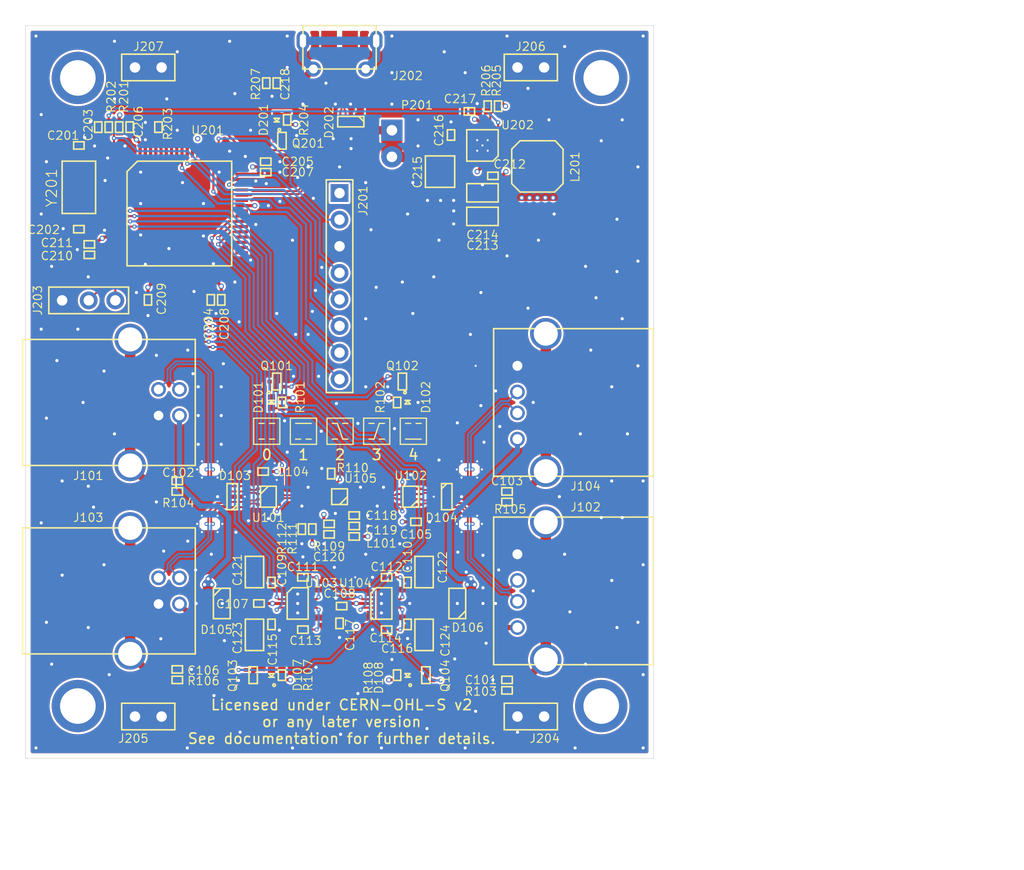
<source format=kicad_pcb>
(kicad_pcb (version 20211014) (generator pcbnew)
  (layers (0 "F.Cu" signal) (1 "In1.Cu" power) (2 "In2.Cu" power) (3 "In3.Cu" power) (4 "In4.Cu" power) (31 "B.Cu" signal) (34 "B.Paste" user) (35 "F.Paste" user) (36 "B.SilkS" user "B.Silkscreen") (37 "F.SilkS" user "F.Silkscreen") (38 "B.Mask" user) (39 "F.Mask" user) (44 "Edge.Cuts" user))
  (net 0 "")
  (net 1 "GND")
  (net 2 "Net-(C101-Pad1)")
  (net 3 "VDD_3V3")
  (net 4 "VDD_5V0")
  (net 5 "Net-(C201-Pad1)")
  (net 6 "Net-(C202-Pad1)")
  (net 7 "/Controller/nRST")
  (net 8 "Net-(C204-Pad2)")
  (net 9 "Net-(C217-Pad1)")
  (net 10 "Net-(C218-Pad1)")
  (net 11 "Net-(D101-Pad1)")
  (net 12 "Net-(D101-Pad2)")
  (net 13 "Net-(D102-Pad1)")
  (net 14 "Net-(D102-Pad2)")
  (net 15 "/VBUS_IN0")
  (net 16 "/VBUS_OUT0")
  (net 17 "/VBUS_OUT1")
  (net 18 "/VBUS_IN1")
  (net 19 "Net-(D107-Pad1)")
  (net 20 "Net-(D107-Pad2)")
  (net 21 "Net-(D108-Pad1)")
  (net 22 "Net-(D108-Pad2)")
  (net 23 "Net-(D201-Pad1)")
  (net 24 "Net-(D201-Pad2)")
  (net 25 "/Controller/USB_DP")
  (net 26 "/Controller/USB_DN")
  (net 27 "/Controller/JTAG_TCK")
  (net 28 "/Controller/JTAG_TMS")
  (net 29 "/Controller/JTAG_TDO")
  (net 30 "/Controller/JTAG_TDI")
  (net 31 "/Controller/JTAG_RST")
  (net 32 "Net-(L201-Pad1)")
  (net 33 "/LED_IN0")
  (net 34 "/LED_OUT1")
  (net 35 "/LED_IN1")
  (net 36 "/Controller/PWR_LED")
  (net 37 "/Controller/PG")
  (net 38 "Net-(R203-Pad2)")
  (net 39 "Net-(R205-Pad2)")
  (net 40 "/MUX_EN0")
  (net 41 "/MUX0")
  (net 42 "/MUX_EN1")
  (net 43 "/MUX1")
  (net 44 "/PWR_EN1")
  (net 45 "/PWR_EN0")
  (net 46 "/PWR_EN3")
  (net 47 "/PWR_EN2")
  (net 48 "/IN0_DP")
  (net 49 "/IN0_DN")
  (net 50 "/OUT0_DP")
  (net 51 "/OUT0_DN")
  (net 52 "/OUT1_DP")
  (net 53 "/OUT1_DN")
  (net 54 "/IN1_DP")
  (net 55 "/IN1_DN")
  (net 56 "/X_DN")
  (net 57 "/X_DP")
  (net 58 "/LED_OUT0")
  (net 59 "/X_PWR")
  (net 60 "Net-(C102-Pad1)")
  (net 61 "Net-(C103-Pad1)")
  (net 62 "Net-(C106-Pad1)")
  (net 63 "Net-(C111-Pad1)")
  (net 64 "Net-(C112-Pad1)")
  (net 65 "Net-(C113-Pad1)")
  (net 66 "Net-(C114-Pad1)")
  (net 67 "Net-(C118-Pad1)")
  (net 68 "Net-(C120-Pad1)")
  (net 69 "/Controller/RX")
  (net 70 "/Controller/TX")
  (net 71 "Net-(R110-Pad1)")
  (net 72 "Net-(R111-Pad2)")
  (net 73 "/BOOST_EN")
  (net 74 "/Controller/VBUS")
  (footprint "USB-Mux:C_0402" (layer "F.Cu") (at 85.1 31.45)
    (fp_text reference "C201")
    (fp_text value "18pF_50V")
  )
  (footprint "USB-Mux:C_0402" (layer "F.Cu") (at 85.1 39.45 180)
    (fp_text reference "C202")
    (fp_text value "18pF_50V")
  )
  (footprint "USB-Mux:C_0402" (layer "F.Cu") (at 86.95 29.7 -90)
    (fp_text reference "C203")
    (fp_text value "100nF_16V")
  )
  (footprint "USB-Mux:C_0402" (layer "F.Cu") (at 97.7 46.2 90)
    (fp_text reference "C204")
    (fp_text value "2.2uF_6.3V")
  )
  (footprint "USB-Mux:C_0402" (layer "F.Cu") (at 102.95 33)
    (fp_text reference "C205")
    (fp_text value "4.7uF_6.3V")
  )
  (footprint "USB-Mux:C_0402" (layer "F.Cu") (at 89.95 29.7 -90)
    (fp_text reference "C206")
    (fp_text value "100nF_16V")
  )
  (footprint "USB-Mux:C_0402" (layer "F.Cu") (at 102.95 34 180)
    (fp_text reference "C207")
    (fp_text value "100nF_16V")
  )
  (footprint "USB-Mux:C_0402" (layer "F.Cu") (at 98.7 46.2 90)
    (fp_text reference "C208")
    (fp_text value "100nF_16V")
  )
  (footprint "USB-Mux:C_0402" (layer "F.Cu") (at 86.1 41.9)
    (fp_text reference "C210")
    (fp_text value "1.0uF_6.3V")
  )
  (footprint "USB-Mux:C_0402" (layer "F.Cu") (at 86.1 40.9 180)
    (fp_text reference "C211")
    (fp_text value "100nF_16V")
  )
  (footprint "USB-Mux:C_0402" (layer "F.Cu") (at 104 25.5 -90)
    (fp_text reference "C218")
    (fp_text value "4.7nF_50V")
  )
  (footprint "USB-Mux:LED_0402" (layer "F.Cu") (at 104 29 90)
    (fp_text reference "D201")
    (fp_text value "VLMS1500-GS08")
  )
  (footprint "USB-Mux:USB-61400416121" (layer "F.Cu") (at 90 56 -90)
    (fp_text reference "J101")
    (fp_text value "USB-61400416121")
  )
  (footprint "USB-Mux:Pin_Header_Straight_1x08_Pitch2.54mm" (layer "F.Cu") (at 110 36)
    (fp_text reference "J201")
    (fp_text value "Conn_01x08")
  )
  (footprint "USB-Mux:SC-75" (layer "F.Cu") (at 104.5 31 90)
    (fp_text reference "Q201")
    (fp_text value "DTC114EE")
  )
  (footprint "USB-Mux:R_0402" (layer "F.Cu") (at 88.95 29.7 -90)
    (fp_text reference "R201")
    (fp_text value "10K0")
  )
  (footprint "USB-Mux:R_0402" (layer "F.Cu") (at 87.95 29.7 -90)
    (fp_text reference "R202")
    (fp_text value "0R0")
  )
  (footprint "USB-Mux:R_0402" (layer "F.Cu") (at 92.7 29.7 -90)
    (fp_text reference "R203")
    (fp_text value "10K0")
  )
  (footprint "USB-Mux:R_0402" (layer "F.Cu") (at 105 29 90)
    (fp_text reference "R204")
    (fp_text value "1K0")
  )
  (footprint "USB-Mux:R_0402" (layer "F.Cu") (at 103 25.5 -90)
    (fp_text reference "R207")
    (fp_text value "1M0")
  )
  (footprint "USB-Mux:LQFP-64" (layer "F.Cu") (at 94.7 37.95 90)
    (fp_text reference "U201")
    (fp_text value "STM32F401XX-LQFP64")
  )
  (footprint "USB-Mux:Crystal_SMD_Multicomp_5032" (layer "F.Cu") (at 85.1 35.45 90)
    (fp_text reference "Y201")
    (fp_text value "MCSJK-7I-8.00-18-30-60-B-30")
  )
  (footprint "USB-Mux:USB-676432911" (layer "F.Cu") (at 129.7 56 90)
    (fp_text reference "J104")
    (fp_text value "USB-676432911")
  )
  (footprint "USB-Mux:USB-61400416121" (layer "F.Cu") (at 90 74 -90)
    (fp_text reference "J103")
    (fp_text value "USB-61400416121")
  )
  (footprint "USB-Mux:C_0402" (layer "F.Cu") (at 91.7 46.2 90)
    (fp_text reference "C209")
    (fp_text value "100nF_16V")
  )
  (footprint "USB-Mux:C_0402" (layer "F.Cu") (at 126 82.5 180)
    (fp_text reference "C101")
    (fp_text value "4.7nF_50V")
  )
  (footprint "USB-Mux:C_0402" (layer "F.Cu") (at 126 64.5 180)
    (fp_text reference "C103")
    (fp_text value "4.7nF_50V")
  )
  (footprint "USB-Mux:C_0402" (layer "F.Cu") (at 103.5 73.2 90)
    (fp_text reference "C109")
    (fp_text value "10nF_25V")
  )
  (footprint "USB-Mux:C_0402" (layer "F.Cu") (at 116.5 73.2 90)
    (fp_text reference "C110")
    (fp_text value "10nF_25V")
  )
  (footprint "USB-Mux:C_0402" (layer "F.Cu") (at 103.5 77.2 -90)
    (fp_text reference "C115")
    (fp_text value "10nF_25V")
  )
  (footprint "USB-Mux:C_0402" (layer "F.Cu") (at 116.5 77.2 -90)
    (fp_text reference "C116")
    (fp_text value "10nF_25V")
  )
  (footprint "USB-Mux:R_0402" (layer "F.Cu") (at 126 83.5 180)
    (fp_text reference "R103")
    (fp_text value "1M0")
  )
  (footprint "USB-Mux:R_0402" (layer "F.Cu") (at 126 65.5 180)
    (fp_text reference "R105")
    (fp_text value "1M0")
  )
  (footprint "USB-Mux:Mounting-Hole-M3" (layer "F.Cu") (at 85 85)
    (fp_text reference "X202" hide)
    (fp_text value "Mounting-Hole-M3")
  )
  (footprint "USB-Mux:Mounting-Hole-M3" (layer "F.Cu") (at 135 25)
    (fp_text reference "X203" hide)
    (fp_text value "Mounting-Hole-M3")
  )
  (footprint "USB-Mux:Mounting-Hole-M3" (layer "F.Cu") (at 135 85)
    (fp_text reference "X204" hide)
    (fp_text value "Mounting-Hole-M3")
  )
  (footprint "USB-Mux:LED_0402" (layer "F.Cu") (at 116.5 56 -90)
    (fp_text reference "D102")
    (fp_text value "VLMG1500-GS08")
  )
  (footprint "USB-Mux:SC-75" (layer "F.Cu") (at 104 54 90)
    (fp_text reference "Q101")
    (fp_text value "DTC114EE")
  )
  (footprint "USB-Mux:SC-75" (layer "F.Cu") (at 116 54 -90)
    (fp_text reference "Q102")
    (fp_text value "DTC114EE")
  )
  (footprint "USB-Mux:R_0402" (layer "F.Cu") (at 115.5 56 -90)
    (fp_text reference "R102")
    (fp_text value "1K58")
  )
  (footprint "USB-Mux:C_0402" (layer "F.Cu") (at 94.5 63.5)
    (fp_text reference "C102")
    (fp_text value "4.7nF_50V")
  )
  (footprint "USB-Mux:C_0402" (layer "F.Cu") (at 94.5 81.5)
    (fp_text reference "C106")
    (fp_text value "4.7nF_50V")
  )
  (footprint "USB-Mux:LED_0402" (layer "F.Cu") (at 103.5 56 -90)
    (fp_text reference "D101")
    (fp_text value "VLMY1500-GS08")
  )
  (footprint "USB-Mux:R_0402" (layer "F.Cu") (at 94.5 64.5)
    (fp_text reference "R104")
    (fp_text value "1M0")
  )
  (footprint "USB-Mux:R_0402" (layer "F.Cu") (at 104.5 56 -90)
    (fp_text reference "R101")
    (fp_text value "750")
  )
  (footprint "USB-Mux:R_0402" (layer "F.Cu") (at 94.5 82.5)
    (fp_text reference "R106")
    (fp_text value "1M0")
  )
  (footprint "USB-Mux:C_0402" (layer "F.Cu") (at 102.7 62.6 180)
    (fp_text reference "C104")
    (fp_text value "100nF_16V")
  )
  (footprint "USB-Mux:C_0402" (layer "F.Cu") (at 102.3 75.2 180)
    (fp_text reference "C107")
    (fp_text value "100nF_16V")
  )
  (footprint "USB-Mux:C_0402" (layer "F.Cu") (at 110.2 75.45 180)
    (fp_text reference "C108")
    (fp_text value "100nF_16V")
  )
  (footprint "USB-Mux:C_0402" (layer "F.Cu") (at 106.5 72.7 180)
    (fp_text reference "C111")
    (fp_text value "10nF_25V")
  )
  (footprint "USB-Mux:C_0402" (layer "F.Cu") (at 114.5 72.7 180)
    (fp_text reference "C112")
    (fp_text value "10nF_25V")
  )
  (footprint "USB-Mux:C_0402" (layer "F.Cu") (at 106.5 77.7 180)
    (fp_text reference "C113")
    (fp_text value "10nF_25V")
  )
  (footprint "USB-Mux:C_0402" (layer "F.Cu") (at 114.5 77.7 180)
    (fp_text reference "C114")
    (fp_text value "10nF_25V")
  )
  (footprint "USB-Mux:WSON-14" (layer "F.Cu") (at 114 75.2 -90)
    (fp_text reference "U104")
    (fp_text value "TPS22976")
  )
  (footprint "USB-Mux:USB-676432911" (layer "F.Cu") (at 129.7 74 90)
    (fp_text reference "J102")
    (fp_text value "USB-676432911")
  )
  (footprint "USB-Mux:Mounting-Hole-M3" (layer "F.Cu") (at 85 25)
    (fp_text reference "X201" hide)
    (fp_text value "Mounting-Hole-M3")
  )
  (footprint "USB-Mux:L_Taiyo-Yuden_NR-50xx" (layer "F.Cu") (at 128.9 33.45 -90)
    (fp_text reference "L201")
    (fp_text value "2.2uH_5030")
  )
  (footprint "USB-Mux:R_0402" (layer "F.Cu") (at 124.15 27.7 90)
    (fp_text reference "R206")
    (fp_text value "22K6")
  )
  (footprint "USB-Mux:C_0402" (layer "F.Cu") (at 124.65 34.35 180)
    (fp_text reference "C212")
    (fp_text value "100nF_16V")
  )
  (footprint "USB-Mux:C_1206" (layer "F.Cu") (at 123.65 38.2 180)
    (fp_text reference "C213")
    (fp_text value "10uF_16V")
  )
  (footprint "USB-Mux:C_1206" (layer "F.Cu") (at 123.65 35.95 180)
    (fp_text reference "C214")
    (fp_text value "10uF_16V")
  )
  (footprint "USB-Mux:C_0402" (layer "F.Cu") (at 120.65 30.45 90)
    (fp_text reference "C216")
    (fp_text value "100nF_16V")
  )
  (footprint "USB-Mux:C_0402" (layer "F.Cu") (at 122.4 28.2)
    (fp_text reference "C217")
    (fp_text value "390pF_50V")
  )
  (footprint "USB-Mux:R_0402" (layer "F.Cu") (at 125.15 27.7 -90)
    (fp_text reference "R205")
    (fp_text value "71K5")
  )
  (footprint "USB-Mux:VQFN16-RGT" (layer "F.Cu") (at 123.65 31.45 180)
    (fp_text reference "U202")
    (fp_text value "TLV62150A")
  )
  (footprint "USB-Mux:C_0402" (layer "F.Cu") (at 110 77.1 -90)
    (fp_text reference "C117")
    (fp_text value "100nF_16V")
  )
  (footprint "USB-Mux:WSON-14" (layer "F.Cu") (at 106 75.2 -90)
    (fp_text reference "U103")
    (fp_text value "TPS22976")
  )
  (footprint "USB-Mux:Lightpipe-51513530500F" (layer "F.Cu") (at 104 29)
    (fp_text reference "X101" hide)
    (fp_text value "Lightpipe-5x12.7mm-Dome")
  )
  (footprint "USB-Mux:Lightpipe-51513530500F" (layer "F.Cu") (at 103.5 56)
    (fp_text reference "X102" hide)
    (fp_text value "Lightpipe-5x12.7mm-Dome")
  )
  (footprint "USB-Mux:Lightpipe-51513530500F" (layer "F.Cu") (at 116.5 56)
    (fp_text reference "X103" hide)
    (fp_text value "Lightpipe-5x12.7mm-Dome")
  )
  (footprint "USB-Mux:Lightpipe-51513530500F" (layer "F.Cu") (at 103.5 82.05)
    (fp_text reference "X104" hide)
    (fp_text value "Lightpipe-5x12.7mm-Dome")
  )
  (footprint "USB-Mux:Lightpipe-51513530500F" (layer "F.Cu") (at 116.5 82.05)
    (fp_text reference "X105" hide)
    (fp_text value "Lightpipe-5x12.7mm-Dome")
  )
  (footprint "USB-Mux:C_0402" (layer "F.Cu") (at 111.4 67.8)
    (fp_text reference "C119")
    (fp_text value "1.0uF_6.3V")
  )
  (footprint "USB-Mux:C_0402" (layer "F.Cu") (at 109 68.6 180)
    (fp_text reference "C120")
    (fp_text value "100nF_16V")
  )
  (footprint "USB-Mux:C_1206" (layer "F.Cu") (at 101.9 72.2 90)
    (fp_text reference "C121")
    (fp_text value "22uF_25V")
  )
  (footprint "USB-Mux:USON10" (layer "F.Cu") (at 99.75 65 180)
    (fp_text reference "D103")
    (fp_text value "TPD4E02B04")
  )
  (footprint "USB-Mux:SOT-23-5" (layer "F.Cu") (at 98.75 75.2)
    (fp_text reference "D105")
    (fp_text value "ESDS302")
  )
  (footprint "USB-Mux:Pin_Header_Straight_1x03_Pitch2.54mm" (layer "F.Cu") (at 83.5 46.25 90)
    (fp_text reference "J203")
    (fp_text value "Conn_01x03")
  )
  (footprint "USB-Mux:Pin_Header_Straight_1x02_Pitch2.54mm" (layer "F.Cu") (at 93 86 -90)
    (fp_text reference "J205")
    (fp_text value "Conn_01x02")
  )
  (footprint "USB-Mux:Pin_Header_Straight_1x02_Pitch2.54mm" (layer "F.Cu") (at 127 24 90)
    (fp_text reference "J206")
    (fp_text value "Conn_01x02")
  )
  (footprint "USB-Mux:Pin_Header_Straight_1x02_Pitch2.54mm" (layer "F.Cu") (at 93 24 -90)
    (fp_text reference "J207")
    (fp_text value "Conn_01x02")
  )
  (footprint "USB-Mux:L_0402" (layer "F.Cu") (at 111.4 68.8 180)
    (fp_text reference "L101")
    (fp_text value "BLM15PE121SH1D")
  )
  (footprint "USB-Mux:R_0402" (layer "F.Cu") (at 109 67.6 180)
    (fp_text reference "R109")
    (fp_text value "dnp")
  )
  (footprint "USB-Mux:R_0402" (layer "F.Cu") (at 109.2 62.8 90)
    (fp_text reference "R110")
    (fp_text value "dnp")
  )
  (footprint "USB-Mux:R_0402" (layer "F.Cu") (at 107.4 68.1 90)
    (fp_text reference "R111")
    (fp_text value "28k0 (dnp)")
  )
  (footprint "USB-Mux:R_0402" (layer "F.Cu") (at 106.4 68.1 -90)
    (fp_text reference "R112")
    (fp_text value "28k0 (dnp)")
  )
  (footprint "USB-Mux:UQFN10-RSE" (layer "F.Cu") (at 103.2 65)
    (fp_text reference "U101")
    (fp_text value "TS3USB3000")
  )
  (footprint "USB-Mux:X2QFN12-RWB" (layer "F.Cu") (at 110 65 180)
    (fp_text reference "U105")
    (fp_text value "TUSB212")
  )
  (footprint "USB-Mux:USON10" (layer "F.Cu") (at 120.2425 65)
    (fp_text reference "D104")
    (fp_text value "TPD4E02B04")
  )
  (footprint "USB-Mux:Pin_Header_Straight_1x02_Pitch2.54mm" (layer "F.Cu") (at 127 86 90)
    (fp_text reference "J204")
    (fp_text value "Conn_01x02")
  )
  (footprint "USB-Mux:C_0402" (layer "F.Cu") (at 111.4 66.8)
    (fp_text reference "C118")
    (fp_text value "100nF_16V")
  )
  (footprint "USB-Mux:SC-75" (layer "F.Cu") (at 101.75 82.05 -90)
    (fp_text reference "Q103")
    (fp_text value "DTC114EE")
  )
  (footprint "USB-Mux:R_0402" (layer "F.Cu") (at 115.5 82.05 90)
    (fp_text reference "R108")
    (fp_text value "1K58")
  )
  (footprint "USB-Mux:LED_0402" (layer "F.Cu") (at 103.5 82.05 90)
    (fp_text reference "D107")
    (fp_text value "VLMY1500-GS08")
  )
  (footprint "USB-Mux:LED_0402" (layer "F.Cu") (at 116.5 82.05 90)
    (fp_text reference "D108")
    (fp_text value "VLMG1500-GS08")
  )
  (footprint "USB-Mux:SC-75" (layer "F.Cu") (at 118.25 82.05 90)
    (fp_text reference "Q104")
    (fp_text value "DTC114EE")
  )
  (footprint "USB-Mux:R_0402" (layer "F.Cu") (at 104.5 82.05 90)
    (fp_text reference "R107")
    (fp_text value "750")
  )
  (footprint "USB-Mux:USON10" (layer "F.Cu") (at 111.075 29.175 -90)
    (fp_text reference "D202")
    (fp_text value "TPD4E02B04")
  )
  (footprint "USB-Mux:microUSB-B-Molex-1050170-001" (layer "F.Cu") (at 110 22.8 180)
    (fp_text reference "J202")
    (fp_text value "Molex-105017-0001")
  )
  (footprint "USB-Mux:C_1206" (layer "F.Cu") (at 101.9 78.2 90)
    (fp_text reference "C123")
    (fp_text value "22uF_25V")
  )
  (footprint "USB-Mux:C_1206" (layer "F.Cu") (at 118.1 78.2 90)
    (fp_text reference "C124")
    (fp_text value "22uF_25V")
  )
  (footprint "USB-Mux:C_1206" (layer "F.Cu") (at 118.1 72.2 90)
    (fp_text reference "C122")
    (fp_text value "22uF_25V")
  )
  (footprint "USB-Mux:SOT-23-5" (layer "F.Cu") (at 121.25 75.2 180)
    (fp_text reference "D106")
    (fp_text value "ESDS302")
  )
  (footprint "USB-Mux:UQFN10-RSE" (layer "F.Cu") (at 116.8 65 180)
    (fp_text reference "U102")
    (fp_text value "TS3USB3000")
  )
  (footprint "USB-Mux:C_0402" (layer "F.Cu") (at 117.3 67.4)
    (fp_text reference "C105")
    (fp_text value "100nF_16V")
  )
  (footprint "USB-Mux:C_1210" (layer "F.Cu") (at 119.6 33.95 -90)
    (fp_text reference "C215")
    (fp_text value "10uF_35V")
  )
  (footprint "USB-Mux:Current-Probe-2.54" (layer "F.Cu") (at 115 30)
    (fp_text reference "P201")
    (fp_text value "Current-Probe")
  )
  (gr_line (start 113.8 58) (end 113.3 59.5) (layer "F.SilkS") (width 0.12))
  (gr_line (start 109.8 58) (end 110.3 59.5) (layer "F.SilkS") (width 0.12))
  (gr_line (start 106.3 58) (end 106.8 58) (layer "F.SilkS") (width 0.12))
  (gr_line (start 117.3 58) (end 117.8 58) (layer "F.SilkS") (width 0.12))
  (gr_line (start 116.3 58) (end 116.8 58) (layer "F.SilkS") (width 0.12))
  (gr_line (start 116.8 59.5) (end 117.3 59.5) (layer "F.SilkS") (width 0.12))
  (gr_line (start 105.3 57.5) (end 107.8 57.5) (layer "F.SilkS") (width 0.12))
  (gr_line (start 107.8 57.5) (end 107.8 60) (layer "F.SilkS") (width 0.12))
  (gr_line (start 107.8 60) (end 105.3 60) (layer "F.SilkS") (width 0.12))
  (gr_line (start 105.3 60) (end 105.3 57.5) (layer "F.SilkS") (width 0.12))
  (gr_line (start 105.8 58) (end 106.3 58) (layer "F.SilkS") (width 0.12))
  (gr_line (start 106.8 58) (end 107.3 58) (layer "F.SilkS") (width 0.12))
  (gr_line (start 108.8 60) (end 108.8 57.5) (layer "F.SilkS") (width 0.12))
  (gr_line (start 109.3 59.5) (end 109.8 59.5) (layer "F.SilkS") (width 0.12))
  (gr_line (start 110.3 59.5) (end 110.8 59.5) (layer "F.SilkS") (width 0.12))
  (gr_line (start 111.3 60) (end 108.8 60) (layer "F.SilkS") (width 0.12))
  (gr_line (start 108.8 57.5) (end 111.3 57.5) (layer "F.SilkS") (width 0.12))
  (gr_line (start 111.3 57.5) (end 111.3 60) (layer "F.SilkS") (width 0.12))
  (gr_line (start 112.3 60) (end 112.3 57.5) (layer "F.SilkS") (width 0.12))
  (gr_line (start 112.8 59.5) (end 113.3 59.5) (layer "F.SilkS") (width 0.12))
  (gr_line (start 113.8 59.5) (end 114.3 59.5) (layer "F.SilkS") (width 0.12))
  (gr_line (start 114.8 60) (end 112.3 60) (layer "F.SilkS") (width 0.12))
  (gr_line (start 112.3 57.5) (end 114.8 57.5) (layer "F.SilkS") (width 0.12))
  (gr_line (start 114.8 57.5) (end 114.8 60) (layer "F.SilkS") (width 0.12))
  (gr_line (start 115.8 60) (end 115.8 57.5) (layer "F.SilkS") (width 0.12))
  (gr_line (start 116.3 59.5) (end 116.8 59.5) (layer "F.SilkS") (width 0.12))
  (gr_line (start 117.3 59.5) (end 117.8 59.5) (layer "F.SilkS") (width 0.12))
  (gr_line (start 118.3 60) (end 115.8 60) (layer "F.SilkS") (width 0.12))
  (gr_line (start 115.8 57.5) (end 118.3 57.5) (layer "F.SilkS") (width 0.12))
  (gr_line (start 118.3 57.5) (end 118.3 60) (layer "F.SilkS") (width 0.12))
  (gr_line (start 101.8 60) (end 101.8 57.5) (layer "F.SilkS") (width 0.12))
  (gr_line (start 102.3 59.5) (end 102.8 59.5) (layer "F.SilkS") (width 0.12))
  (gr_line (start 103.3 59.5) (end 103.8 59.5) (layer "F.SilkS") (width 0.12))
  (gr_line (start 104.3 60) (end 101.8 60) (layer "F.SilkS") (width 0.12))
  (gr_line (start 101.8 57.5) (end 104.3 57.5) (layer "F.SilkS") (width 0.12))
  (gr_line (start 104.3 57.5) (end 104.3 60) (layer "F.SilkS") (width 0.12))
  (gr_line (start 102.3 58) (end 102.8 58) (layer "F.SilkS") (width 0.12))
  (gr_line (start 103.3 58) (end 103.8 58) (layer "F.SilkS") (width 0.12))
  (gr_line (start 105.8 59.5) (end 106.3 59.5) (layer "F.SilkS") (width 0.12))
  (gr_line (start 106.8 59.5) (end 107.3 59.5) (layer "F.SilkS") (width 0.12))
  (gr_line (start 109.3 58) (end 109.8 58) (layer "F.SilkS") (width 0.12))
  (gr_line (start 110.3 58) (end 110.8 58) (layer "F.SilkS") (width 0.12))
  (gr_line (start 112.8 58) (end 113.3 58) (layer "F.SilkS") (width 0.12))
  (gr_line (start 113.8 58) (end 114.3 58) (layer "F.SilkS") (width 0.12))
  (gr_line (start 80 90) (end 80 20) (layer "Edge.Cuts") (width 0.05))
  (gr_line (start 140 90) (end 80 90) (layer "Edge.Cuts") (width 0.05))
  (gr_line (start 80 20) (end 140 20) (layer "Edge.Cuts") (width 0.05))
  (gr_line (start 140 20) (end 140 90) (layer "Edge.Cuts") (width 0.05))
  (gr_text "1" (at 106.55 61) (layer "F.SilkS") (effects (font (size 1 1))))
  (gr_text "2" (at 110.05 61) (layer "F.SilkS") (effects (font (size 1 1))))
  (gr_text "3" (at 113.55 61) (layer "F.SilkS") (effects (font (size 1 1))))
  (gr_text "4" (at 117.05 61) (layer "F.SilkS") (effects (font (size 1 1))))
  (gr_text "0" (at 103.05 61) (layer "F.SilkS") (effects (font (size 1 1))))
  (gr_text "Licensed under CERN-OHL-S v2\nor any later version\nSee documentation for further details." (at 110.2 86.5) (layer "F.SilkS") (effects (font (size 1 1))))
  (segment (start 91.7 46.75) (end 91.7 47.7) (width 0.3) (layer "F.Cu") (net 1))
  (segment (start 83.65 39.45) (end 83.6 39.4) (width 0.3) (layer "F.Cu") (net 1))
  (segment (start 84.55 39.45) (end 83.65 39.45) (width 0.3) (layer "F.Cu") (net 1))
  (segment (start 83.6 39.4) (end 83.6 38) (width 0.3) (layer "F.Cu") (net 1))
  (segment (start 83.6 38) (end 83.8 37.8) (width 0.3) (layer "F.Cu") (net 1))
  (segment (start 86.4 31.7) (end 86.6 31.5) (width 0.3) (layer "F.Cu") (net 1))
  (segment (start 86.4 33.15) (end 86.4 31.7) (width 0.3) (layer "F.Cu") (net 1))
  (segment (start 86.6 31.5) (end 85.8 31.5) (width 0.3) (layer "F.Cu") (net 1))
  (segment (start 85.8 31.5) (end 85.7 31.4) (width 0.3) (layer "F.Cu") (net 1))
  (segment (start 91.45 32) (end 91.45 30.9) (width 0.3) (layer "F.Cu") (net 1))
  (segment (start 92.7 29.25) (end 91.45 29.25) (width 0.3) (layer "F.Cu") (net 1))
  (segment (start 101.85 34.7) (end 102 34.85) (width 0.3) (layer "F.Cu") (net 1))
  (segment (start 100.65 34.7) (end 101.85 34.7) (width 0.3) (layer "F.Cu") (net 1))
  (segment (start 103.5 34) (end 103.5 33) (width 0.3) (layer "F.Cu") (net 1))
  (segment (start 103.5 33) (end 103.45 33) (width 0.3) (layer "F.Cu") (net 1))
  (segment (start 103.5 34) (end 104.3 34) (width 0.3) (layer "F.Cu") (net 1))
  (segment (start 103.5 33) (end 104.3 33) (width 0.3) (layer "F.Cu") (net 1))
  (segment (start 87.7 39.7) (end 87.55 39.55) (width 0.3) (layer "F.Cu") (net 1))
  (segment (start 88.75 39.7) (end 87.7 39.7) (width 0.3) (layer "F.Cu") (net 1))
  (segment (start 97.95 43.9) (end 97.95 42.75) (width 0.3) (layer "F.Cu") (net 1))
  (segment (start 98.2 46.75) (end 98.2 47.5) (width 0.3) (layer "F.Cu") (net 1))
  (segment (start 97.7 46.75) (end 98.2 46.75) (width 0.3) (layer "F.Cu") (net 1))
  (segment (start 98.2 46.75) (end 98.7 46.75) (width 0.3) (layer "F.Cu") (net 1))
  (segment (start 91.45 43.9) (end 91.45 42.8) (width 0.3) (layer "F.Cu") (net 1))
  (segment (start 86.4 33.6) (end 87.6 34.8) (width 0.3) (layer "F.Cu") (net 1))
  (segment (start 86.4 33.15) (end 86.4 33.6) (width 0.3) (layer "F.Cu") (net 1))
  (segment (start 85.45 41.4) (end 85.55 41.5) (width 0.3) (layer "F.Cu") (net 1))
  (segment (start 84.95 41.4) (end 85.45 41.4) (width 0.3) (layer "F.Cu") (net 1))
  (segment (start 85.55 41.5) (end 85.55 40.9) (width 0.3) (layer "F.Cu") (net 1))
  (segment (start 85.55 41.9) (end 85.55 41.5) (width 0.3) (layer "F.Cu") (net 1))
  (segment (start 122.9 29.95) (end 122.9 30.7) (width 0.3) (layer "F.Cu") (net 1))
  (segment (start 123.9 32.95) (end 123.9 31.7) (width 0.3) (layer "F.Cu") (net 1))
  (segment (start 122.9 30.7) (end 123.65 31.45) (width 0.3) (layer "F.Cu") (net 1))
  (segment (start 123.9 31.2) (end 123.65 31.45) (width 0.3) (layer "F.Cu") (net 1))
  (segment (start 123.9 29.95) (end 123.9 31.2) (width 0.3) (layer "F.Cu") (net 1))
  (segment (start 124.4 32.95) (end 124.4 32.2) (width 0.3) (layer "F.Cu") (net 1))
  (segment (start 124.4 32.2) (end 123.65 31.45) (width 0.3) (layer "F.Cu") (net 1))
  (segment (start 124.15 34.45) (end 124.15 32.95) (width 0.3) (layer "F.Cu") (net 1))
  (segment (start 124.4 34.2) (end 124.15 34.45) (width 0.3) (layer "F.Cu") (net 1))
  (segment (start 124.4 32.95) (end 124.4 34.2) (width 0.3) (layer "F.Cu") (net 1))
  (segment (start 122.9 27.7) (end 122.9 28.2) (width 0.3) (layer "F.Cu") (net 1))
  (segment (start 123.15 27.45) (end 122.9 27.7) (width 0.3) (layer "F.Cu") (net 1))
  (segment (start 120.65 29.9) (end 120.65 29.2) (width 0.3) (layer "F.Cu") (net 1))
  (segment (start 122.15 38.2) (end 121.65 38.2) (width 0.3) (layer "F.Cu") (net 1))
  (segment (start 121.65 38.2) (end 120.9 38.95) (width 0.3) (layer "F.Cu") (net 1))
  (segment (start 122.15 38.2) (end 121.4 38.2) (width 0.3) (layer "F.Cu") (net 1))
  (segment (start 121.4 38.2) (end 120.9 37.7) (width 0.3) (layer "F.Cu") (net 1))
  (segment (start 119.65 35.45) (end 120.9 36.7) (width 0.3) (layer "F.Cu") (net 1))
  (segment (start 119.65 35.45) (end 119.65 36.7) (width 0.3) (layer "F.Cu") (net 1))
  (segment (start 118.4 36.7) (end 119.65 35.45) (width 0.3) (layer "F.Cu") (net 1))
  (segment (start 124.1 34.45) (end 124.1 34.75) (width 0.3) (layer "F.Cu") (net 1))
  (segment (start 124.1 34.75) (end 123.65 35.2) (width 0.3) (layer "F.Cu") (net 1))
  (segment (start 119.65 35.45) (end 121.3 35.45) (width 0.3) (layer "F.Cu") (net 1))
  (segment (start 121.3 35.45) (end 121.6 35.45) (width 0.3) (layer "F.Cu") (net 1))
  (segment (start 121.6 35.45) (end 122.05 35.9) (width 0.3) (layer "F.Cu") (net 1))
  (segment (start 122.15 35.9) (end 122.15 38.2) (width 0.3) (layer "F.Cu") (net 1))
  (segment (start 124.15 31.95) (end 124.15 32.95) (width 0.3) (layer "F.Cu") (net 1))
  (segment (start 123.9 34.2) (end 124.15 34.45) (width 0.3) (layer "F.Cu") (net 1))
  (segment (start 123.9 32.95) (end 123.9 34.2) (width 0.3) (layer "F.Cu") (net 1))
  (segment (start 124.15 27.25) (end 123.35 27.25) (width 0.3) (layer "F.Cu") (net 1))
  (segment (start 123.35 27.25) (end 123.15 27.45) (width 0.3) (layer "F.Cu") (net 1))
  (segment (start 118.8975 81.55) (end 119.65 81.55) (width 0.3) (layer "F.Cu") (net 1))
  (segment (start 101.1025 82.55) (end 100.35 82.55) (width 0.3) (layer "F.Cu") (net 1))
  (segment (start 117.8 67.4) (end 118.6 67.4) (width 0.3) (layer "F.Cu") (net 1))
  (segment (start 85.65 31.45) (end 85.65 30.7) (width 0.3) (layer "F.Cu") (net 1))
  (segment (start 100.2425 65) (end 99.2575 65) (width 0.3) (layer "F.Cu") (net 1))
  (segment (start 125.45 64.5) (end 125.4 64.5) (width 0.3) (layer "F.Cu") (net 1))
  (segment (start 105.95 72.7) (end 105.95 75.15) (width 0.3) (layer "F.Cu") (net 1))
  (segment (start 104.25 77.75) (end 105.9 77.75) (width 0.3) (layer "F.Cu") (net 1))
  (segment (start 123.9 29.95) (end 123.9 29) (width 0.3) (layer "F.Cu") (net 1))
  (segment (start 95.05 64.4) (end 94.95 64.5) (width 0.3) (layer "F.Cu") (net 1))
  (segment (start 111.075 28.6825) (end 111.075 29.6675) (width 0.3) (layer "F.Cu") (net 1))
  (segment (start 108 26.2) (end 104.15 26.2) (width 0.3) (layer "F.Cu") (net 1))
  (segment (start 122.55 75.2) (end 121.25 75.2) (width 0.5) (layer "F.Cu") (net 1))
  (segment (start 116.8 62.9) (end 116.8 63.95) (width 0.3) (layer "F.Cu") (net 1))
  (segment (start 105.9 72.65) (end 105.95 72.7) (width 0.3) (layer "F.Cu") (net 1))
  (segment (start 97.45 75.2) (end 98.8 75.2) (width 0.5) (layer "F.Cu") (net 1))
  (segment (start 107 70.1) (end 107.9 70.1) (width 0.3) (layer "F.Cu") (net 1))
  (segment (start 110 77.65) (end 110 78.45) (width 0.3) (layer "F.Cu") (net 1))
  (segment (start 125.45 82.5) (end 124.65 82.5) (width 0.3) (layer "F.Cu") (net 1))
  (segment (start 104 26.05) (end 103.55 26.05) (width 0.3) (layer "F.Cu") (net 1))
  (segment (start 108.7 25.5) (end 108 26.2) (width 0.3) (layer "F.Cu") (net 1))
  (segment (start 100.2425 65) (end 101 65) (width 0.3) (layer "F.Cu") (net 1))
  (segment (start 107.025 75.2) (end 106 75.2) (width 0.3) (layer "F.Cu") (net 1))
  (segment (start 113.95 72.7) (end 113.15 72.7) (width 0.3) (layer "F.Cu") (net 1))
  (segment (start 125.45 64.4) (end 125.55 64.5) (width 0.3) (layer "F.Cu") (net 1))
  (segment (start 111.9 66.8) (end 112.7 66.8) (width 0.3) (layer "F.Cu") (net 1))
  (segment (start 105.95 77.7) (end 105.95 75.25) (width 0.3) (layer "F.Cu") (net 1))
  (segment (start 113.95 75.15) (end 114 75.2) (width 0.3) (layer "F.Cu") (net 1))
  (segment (start 125.45 82.4) (end 125.55 82.5) (width 0.3) (layer "F.Cu") (net 1))
  (segment (start 99.2575 65) (end 98.35 65) (width 0.3) (layer "F.Cu") (net 1))
  (segment (start 120.735 65) (end 121.65 65) (width 0.3) (layer "F.Cu") (net 1))
  (segment (start 105.9 30.5) (end 105.1475 30.5) (width 0.3) (layer "F.Cu") (net 1))
  (segment (start 125.55 65.5) (end 125.55 64.6) (width 0.3) (layer "F.Cu") (net 1))
  (segment (start 95.05 82.4) (end 94.95 82.5) (width 0.3) (layer "F.Cu") (net 1))
  (segment (start 116.5 77.75) (end 116.5 78.55) (width 0.3) (layer "F.Cu") (net 1))
  (segment (start 109.65 75.45) (end 109.65 74.7) (width 0.3) (layer "F.Cu") (net 1))
  (segment (start 108.7 24.15) (end 108.7 25.5) (width 0.5) (layer "F.Cu") (net 1))
  (segment (start 103.5 77.75) (end 104.25 77.75) (width 0.3) (layer "F.Cu") (net 1))
  (segment (start 113.95 77.7) (end 113.15 77.7) (width 0.3) (layer "F.Cu") (net 1))
  (segment (start 103.55 26.05) (end 103.55 26.75) (width 0.3) (layer "F.Cu") (net 1))
  (segment (start 105.6 53.5) (end 104.6475 53.5) (width 0.3) (layer "F.Cu") (net 1))
  (segment (start 111.075 27.575) (end 111 27.5) (width 0.3) (layer "F.Cu") (net 1))
  (segment (start 119.75 65) (end 120.735 65) (width 0.3) (layer "F.Cu") (net 1))
  (segment (start 123.9 29) (end 123.1 28.2) (width 0.3) (layer "F.Cu") (net 1))
  (segment (start 103.2 67.1) (end 103.2 66.05) (width 0.3) (layer "F.Cu") (net 1))
  (segment (start 119.75 65) (end 119 65) (width 0.3) (layer "F.Cu") (net 1))
  (segment (start 109.2 62.3) (end 108.3 62.3) (width 0.3) (layer "F.Cu") (net 1))
  (segment (start 105.95 75.25) (end 106 75.2) (width 0.3) (layer "F.Cu") (net 1))
  (segment (start 125.55 64.6) (end 125.45 64.5) (width 0.3) (layer "F.Cu") (net 1))
  (segment (start 105.95 75.15) (end 106 75.2) (width 0.3) (layer "F.Cu") (net 1))
  (segment (start 125.45 82.5) (end 125.45 83.4) (width 0.3) (layer "F.Cu") (net 1))
  (segment (start 97.45 75.2) (end 96.3 75.2) (width 0.5) (layer "F.Cu") (net 1))
  (segment (start 103.1 26.05) (end 103 25.95) (width 0.3) (layer "F.Cu") (net 1))
  (segment (start 95.05 63.5) (end 95.05 64.4) (width 0.3) (layer "F.Cu") (net 1))
  (segment (start 104.15 26.2) (end 104 26.05) (width 0.3) (layer "F.Cu") (net 1))
  (segment (start 111.075 30.775) (end 111.1 30.8) (width 0.3) (layer "F.Cu") (net 1))
  (segment (start 106.4 68.6) (end 106.4 69.5) (width 0.3) (layer "F.Cu") (net 1))
  (segment (start 95.05 81.5) (end 95.85 81.5) (width 0.3) (layer "F.Cu") (net 1))
  (segment (start 102 34.85) (end 102.25 35.1) (width 0.3) (layer "F.Cu") (net 1))
  (segment (start 111.075 28.6825) (end 111.075 27.575) (width 0.3) (layer "F.Cu") (net 1))
  (segment (start 102.2 62.6) (end 101.4 62.6) (width 0.3) (layer "F.Cu") (net 1))
  (segment (start 107.9 70.1) (end 108.5 69.5) (width 0.3) (layer "F.Cu") (net 1))
  (segment (start 95.05 81.5) (end 95.05 82.4) (width 0.3) (layer "F.Cu") (net 1))
  (segment (start 111.9 67.6) (end 111.9 66.8) (width 0.3) (layer "F.Cu") (net 1))
  (segment (start 122.55 75.2) (end 123.7 75.2) (width 0.5) (layer "F.Cu") (net 1))
  (segment (start 113.95 75.25) (end 114 75.2) (width 0.3) (layer "F.Cu") (net 1))
  (segment (start 115.3525 54.5) (end 114.6 54.5) (width 0.3) (layer "F.Cu") (net 1))
  (segment (start 109.8 65.75) (end 109.8 66.4) (width 0.3) (layer "F.Cu") (net 1))
  (segment (start 103.55 26.05) (end 103.1 26.05) (width 0.3) (layer "F.Cu") (net 1))
  (segment (start 116.5 72.65) (end 116.5 71.85) (width 0.3) (layer "F.Cu") (net 1))
  (segment (start 102.25 35.1) (end 103 35.1) (width 0.3) (layer "F.Cu") (net 1))
  (segment (start 108.5 68.6) (end 108.5 69.5) (width 0.3) (layer "F.Cu") (net 1))
  (segment (start 115.025 75.2) (end 114 75.2) (width 0.3) (layer "F.Cu") (net 1))
  (segment (start 86.95 29.15) (end 86.2 29.15) (width 0.3) (layer "F.Cu") (net 1))
  (segment (start 111.9 67.8) (end 112.7 67.8) (width 0.3) (layer "F.Cu") (net 1))
  (segment (start 104.25 72.65) (end 105.9 72.65) (width 0.3) (layer "F.Cu") (net 1))
  (segment (start 121.25 57.95) (end 121.35 57.95) (width 0.3) (layer "F.Cu") (net 1))
  (segment (start 113.95 72.7) (end 113.95 75.15) (width 0.3) (layer "F.Cu") (net 1))
  (segment (start 123.1 28.2) (end 122.9 28.2) (width 0.3) (layer "F.Cu") (net 1))
  (segment (start 106.4 69.5) (end 107 70.1) (width 0.3) (layer "F.Cu") (net 1))
  (segment (start 105.9 77.75) (end 105.95 77.7) (width 0.3) (layer "F.Cu") (net 1))
  (segment (start 125.45 83.4) (end 125.55 83.5) (width 0.3) (layer "F.Cu") (net 1))
  (segment (start 113.95 77.7) (end 113.95 75.25) (width 0.3) (layer "F.Cu") (net 1))
  (segment (start 103.5 72.65) (end 104.25 72.65) (width 0.3) (layer "F.Cu") (net 1))
  (segment (start 109.8 66.4) (end 109.6 66.6) (width 0.3) (layer "F.Cu") (net 1))
  (segment (start 111.075 29.6675) (end 111.075 30.775) (width 0.3) (layer "F.Cu") (net 1))
  (via (at 91.7 47.7) (size 0.5) (drill 0.3) (layers "F.Cu" "B.Cu") (net 1))
  (via (at 83.6 39.4) (size 0.5) (drill 0.3) (layers "F.Cu" "B.Cu") (net 1))
  (via (at 86.6 31.5) (size 0.5) (drill 0.3) (layers "F.Cu" "B.Cu") (net 1))
  (via (at 91.45 30.9) (size 0.5) (drill 0.3) (layers "F.Cu" "B.Cu") (net 1))
  (via (at 91.45 29.25) (size 0.5) (drill 0.3) (layers "F.Cu" "B.Cu") (net 1))
  (via (at 104.3 34) (size 0.5) (drill 0.3) (layers "F.Cu" "B.Cu") (net 1))
  (via (at 104.3 33) (size 0.5) (drill 0.3) (layers "F.Cu" "B.Cu") (net 1))
  (via (at 87.55 39.55) (size 0.5) (drill 0.3) (layers "F.Cu" "B.Cu") (net 1))
  (via (at 84.95 41.4) (size 0.5) (drill 0.3) (layers "F.Cu" "B.Cu") (net 1))
  (via (at 97.95 42.75) (size 0.5) (drill 0.3) (layers "F.Cu" "B.Cu") (net 1))
  (via (at 98.2 47.5) (size 0.5) (drill 0.3) (layers "F.Cu" "B.Cu") (net 1))
  (via (at 91.45 42.8) (size 0.5) (drill 0.3) (layers "F.Cu" "B.Cu") (net 1))
  (via (at 87.6 34.8) (size 0.5) (drill 0.3) (layers "F.Cu" "B.Cu") (net 1))
  (via (at 123.15 27.45) (size 0.5) (drill 0.3) (layers "F.Cu" "B.Cu") (net 1))
  (via (at 120.65 29.2) (size 0.5) (drill 0.3) (layers "F.Cu" "B.Cu") (net 1))
  (via (at 120.9 38.95) (size 0.5) (drill 0.3) (layers "F.Cu" "B.Cu") (net 1))
  (via (at 120.9 37.7) (size 0.5) (drill 0.3) (layers "F.Cu" "B.Cu") (net 1))
  (via (at 120.9 36.7) (size 0.5) (drill 0.3) (layers "F.Cu" "B.Cu") (net 1))
  (via (at 119.65 36.7) (size 0.5) (drill 0.3) (layers "F.Cu" "B.Cu") (net 1))
  (via (at 118.4 36.7) (size 0.5) (drill 0.3) (layers "F.Cu" "B.Cu") (net 1))
  (via (at 123.65 35.2) (size 0.5) (drill 0.3) (layers "F.Cu" "B.Cu") (net 1))
  (via (at 102 34.85) (size 0.5) (drill 0.3) (layers "F.Cu" "B.Cu") (net 1))
  (via (at 119.65 81.55) (size 0.5) (drill 0.3) (layers "F.Cu" "B.Cu") (net 1))
  (via (at 115 80.55) (size 0.5) (drill 0.3) (layers "F.Cu" "B.Cu") (net 1))
  (via (at 111.75 83.8) (size 0.5) (drill 0.3) (layers "F.Cu" "B.Cu") (net 1))
  (via (at 107.75 81.3) (size 0.5) (drill 0.3) (layers "F.Cu" "B.Cu") (net 1))
  (via (at 118.6 67.4) (size 0.5) (drill 0.3) (layers "F.Cu" "B.Cu") (net 1))
  (via (at 98.8 62.4) (size 0.4) (drill 0.2) (layers "F.Cu" "B.Cu") (net 1))
  (via (at 96.4 62.4) (size 0.4) (drill 0.2) (layers "F.Cu" "B.Cu") (net 1))
  (via (at 98.8 67.6) (size 0.4) (drill 0.2) (layers "F.Cu" "B.Cu") (net 1))
  (via (at 96.4 67.6) (size 0.4) (drill 0.2) (layers "F.Cu" "B.Cu") (net 1))
  (via (at 121.65 66.820577) (size 0.4) (drill 0.2) (layers "F.Cu" "B.Cu") (net 1))
  (via (at 121.2 67.6) (size 0.4) (drill 0.2) (layers "F.Cu" "B.Cu") (net 1))
  (via (at 123.15 66.820577) (size 0.4) (drill 0.2) (layers "F.Cu" "B.Cu") (net 1))
  (via (at 123.15 68.379423) (size 0.4) (drill 0.2) (layers "F.Cu" "B.Cu") (net 1))
  (via (at 121.65 63.179423) (size 0.4) (drill 0.2) (layers "F.Cu" "B.Cu") (net 1))
  (via (at 123.15 61.620577) (size 0.4) (drill 0.2) (layers "F.Cu" "B.Cu") (net 1))
  (via (at 123.15 63.179423) (size 0.4) (drill 0.2) (layers "F.Cu" "B.Cu") (net 1))
  (via (at 121.65 61.620577) (size 0.4) (drill 0.2) (layers "F.Cu" "B.Cu") (net 1))
  (via (at 111.05 27.5) (size 0.5) (drill 0.3) (layers "F.Cu" "B.Cu") (net 1))
  (via (at 98.7 60) (size 0.5) (drill 0.3) (layers "F.Cu" "B.Cu") (net 1))
  (via (at 98.7 54.5) (size 0.5) (drill 0.3) (layers "F.Cu" "B.Cu") (net 1))
  (via (at 98.7 57.25) (size 0.5) (drill 0.3) (layers "F.Cu" "B.Cu") (net 1))
  (via (at 111.5 72.7) (size 0.4) (drill 0.2) (layers "F.Cu" "B.Cu") (net 1))
  (via (at 98.5 34) (size 0.5) (drill 0.3) (layers "F.Cu" "B.Cu") (net 1))
  (via (at 81.5 38) (size 0.5) (drill 0.3) (layers "F.Cu" "B.Cu") (net 1))
  (via (at 85.5 56) (size 0.5) (drill 0.3) (layers "F.Cu" "B.Cu") (net 1))
  (via (at 114 89) (size 0.5) (drill 0.3) (layers "F.Cu" "B.Cu") (net 1))
  (via (at 96.85 68.379423) (size 0.4) (drill 0.2) (layers "F.Cu" "B.Cu") (net 1))
  (via (at 95 35) (size 0.5) (drill 0.3) (layers "F.Cu" "B.Cu") (net 1))
  (via (at 112.5 70.5) (size 0.5) (drill 0.3) (layers "F.Cu" "B.Cu") (net 1))
  (via (at 100 44.5) (size 0.5) (drill 0.3) (layers "F.Cu" "B.Cu") (net 1))
  (via (at 100.35 82.55) (size 0.5) (drill 0.3) (layers "F.Cu" "B.Cu") (net 1))
  (via (at 123 85.5) (size 0.5) (drill 0.3) (layers "F.Cu" "B.Cu") (net 1))
  (via (at 91 37) (size 0.5) (drill 0.3) (layers "F.Cu" "B.Cu") (net 1))
  (via (at 117.5 31.5) (size 0.5) (drill 0.3) (layers "F.Cu" "B.Cu") (net 1))
  (via (at 136 54.5) (size 0.5) (drill 0.3) (layers "F.Cu" "B.Cu") (net 1))
  (via (at 133 59) (size 0.5) (drill 0.3) (layers "F.Cu" "B.Cu") (net 1))
  (via (at 86.5 66) (size 0.5) (drill 0.3) (layers "F.Cu" "B.Cu") (net 1))
  (via (at 108.7 25.5) (size 0.5) (drill 0.3) (layers "F.Cu" "B.Cu") (net 1))
  (via (at 119 65) (size 0.4) (drill 0.2) (layers "F.Cu" "B.Cu") (net 1))
  (via (at 96.85 66.820577) (size 0.4) (drill 0.2) (layers "F.Cu" "B.Cu") (net 1))
  (via (at 105.5 40.5) (size 0.5) (drill 0.3) (layers "F.Cu" "B.Cu") (net 1))
  (via (at 116.5 71.85) (size 0.5) (drill 0.3) (layers "F.Cu" "B.Cu") (net 1))
  (via (at 117 35) (size 0.5) (drill 0.3) (layers "F.Cu" "B.Cu") (net 1))
  (via (at 92.5 65.5) (size 0.5) (drill 0.3) (layers "F.Cu" "B.Cu") (net 1))
  (via (at 104.25 72.65) (size 0.5) (drill 0.3) (layers "F.Cu" "B.Cu") (net 1))
  (via (at 121.65 68.379423) (size 0.4) (drill 0.2) (layers "F.Cu" "B.Cu") (net 1))
  (via (at 101.3 67.3) (size 0.5) (drill 0.3) (layers "F.Cu" "B.Cu") (net 1))
  (via (at 121 80.5) (size 0.5) (drill 0.3) (layers "F.Cu" "B.Cu") (net 1))
  (via (at 115.25 58.5) (size 0.5) (drill 0.3) (layers "F.Cu" "B.Cu") (net 1))
  (via (at 114.6 54.5) (size 0.5) (drill 0.3) (layers "F.Cu" "B.Cu") (net 1))
  (via (at 107.4 47.3) (size 0.5) (drill 0.3) (layers "F.Cu" "B.Cu") (net 1))
  (via (at 121.65 65) (size 0.5) (drill 0.3) (layers "F.Cu" "B.Cu") (net 1))
  (via (at 82 77) (size 0.5) (drill 0.3) (layers "F.Cu" "B.Cu") (net 1))
  (via (at 96.3 75.2) (size 0.5) (drill 0.3) (layers "F.Cu" "B.Cu") (net 1))
  (via (at 139 63.5) (size 0.5) (drill 0.3) (layers "F.Cu" "B.Cu") (net 1))
  (via (at 98.35 68.379423) (size 0.4) (drill 0.2) (layers "F.Cu" "B.Cu") (net 1))
  (via (at 123 52.5) (size 0.4) (drill 0.2) (layers "F.Cu" "B.Cu") (net 1))
  (via (at 134.5 46) (size 0.5) (drill 0.3) (layers "F.Cu" "B.Cu") (net 1))
  (via (at 86 64) (size 0.5) (drill 0.3) (layers "F.Cu" "B.Cu") (net 1))
  (via (at 112.5 48) (size 0.5) (drill 0.3) (layers "F.Cu" "B.Cu") (net 1))
  (via (at 114.2 64.1) (size 0.5) (drill 0.3) (layers "F.Cu" "B.Cu") (net 1))
  (via (at 106.4 65.9) (size 0.5) (drill 0.3) (layers "F.Cu" "B.Cu") (net 1))
  (via (at 111.1 31.75) (size 0.5) (drill 0.3) (layers "F.Cu" "B.Cu") (net 1))
  (via (at 98.9 52.3) (size 0.5) (drill 0.3) (layers "F.Cu" "B.Cu") (net 1))
  (via (at 117 47.5) (size 0.5) (drill 0.3) (layers "F.Cu" "B.Cu") (net 1))
  (via (at 123.8 59.8) (size 0.5) (drill 0.3) (layers "F.Cu" "B.Cu") (net 1))
  (via (at 105.5 89) (size 0.5) (drill 0.3) (layers "F.Cu" "B.Cu") (net 1))
  (via (at 85.65 30.7) (size 0.5) (drill 0.3) (layers "F.Cu" "B.Cu") (net 1))
  (via (at 116.7 75.2) (size 0.5) (drill 0.3) (layers "F.Cu" "B.Cu") (net 1))
  (via (at 109.6 27.5) (size 0.5) (drill 0.3) (layers "F.Cu" "B.Cu") (net 1))
  (via (at 120 22.5) (size 0.5) (drill 0.3) (layers "F.Cu" "B.Cu") (net 1))
  (via (at 104 63.4) (size 0.4) (drill 0.2) (layers "F.Cu" "B.Cu") (net 1))
  (via (at 104.75 57.75) (size 0.5) (drill 0.3) (layers "F.Cu" "B.Cu") (net 1))
  (via (at 97 37) (size 0.5) (drill 0.3) (layers "F.Cu" "B.Cu") (net 1))
  (via (at 83 52) (size 0.5) (drill 0.3) (layers "F.Cu" "B.Cu") (net 1))
  (via (at 128 26) (size 0.5) (drill 0.3) (layers "F.Cu" "B.Cu") (net 1))
  (via (at 121.25 57.95) (size 0.5) (drill 0.3) (layers "F.Cu" "B.Cu") (net 1))
  (via (at 105.9 30.5) (size 0.5) (drill 0.3) (layers "F.Cu" "B.Cu") (net 1))
  (via (at 107.7 45.3) (size 0.5) (drill 0.3) (layers "F.Cu" "B.Cu") (net 1))
  (via (at 122 89) (size 0.5) (drill 0.3) (layers "F.Cu" "B.Cu") (net 1))
  (via (at 123.7 75.2) (size 0.5) (drill 0.3) (layers "F.Cu" "B.Cu") (net 1))
  (via (at 97 40.1) (size 0.5) (drill 0.3) (layers "F.Cu" "B.Cu") (net 1))
  (via (at 105 24) (size 0.5) (drill 0.3) (layers "F.Cu" "B.Cu") (net 1))
  (via (at 119 44) (size 0.5) (drill 0.3) (layers "F.Cu" "B.Cu") (net 1))
  (via (at 103 35.1) (size 0.5) (drill 0.3) (layers "F.Cu" "B.Cu") (net 1))
  (via (at 87.5 71.5) (size 0.5) (drill 0.3) (layers "F.Cu" "B.Cu") (net 1))
  (via (at 96.1 45.4) (size 0.5) (drill 0.3) (layers "F.Cu" "B.Cu") (net 1))
  (via (at 100 26.5) (size 0.5) (drill 0.3) (layers "F.Cu" "B.Cu") (net 1))
  (via (at 108 53.5) (size 0.5) (drill 0.3) (layers "F.Cu" "B.Cu") (net 1))
  (via (at 139 71.5) (size 0.5) (drill 0.3) (layers "F.Cu" "B.Cu") (net 1))
  (via (at 100.1 68.4) (size 0.5) (drill 0.3) (layers "F.Cu" "B.Cu") (net 1))
  (via (at 98.35 63.179423) (size 0.4) (drill 0.2) (layers "F.Cu" "B.Cu") (net 1))
  (via (at 119.5 40.5) (size 0.5) (drill 0.3) (layers "F.Cu" "B.Cu") (net 1))
  (via (at 107.5 36.5) (size 0.5) (drill 0.3) (layers "F.Cu" "B.Cu") (net 1))
  (via (at 85 49) (size 0.5) (drill 0.3) (layers "F.Cu" "B.Cu") (net 1))
  (via (at 126 21) (size 0.5) (drill 0.3) (layers "F.Cu" "B.Cu") (net 1))
  (via (at 137 48) (size 0.5) (drill 0.3) (layers "F.Cu" "B.Cu") (net 1))
  (via (at 100.95 65) (size 0.4) (drill 0.2) (layers "F.Cu" "B.Cu") (net 1))
  (via (at 95.45 89) (size 0.5) (drill 0.3) (layers "F.Cu" "B.Cu") (net 1))
  (via (at 117.5 29) (size 0.5) (drill 0.3) (layers "F.Cu" "B.Cu") (net 1))
  (via (at 91 40) (size 0.5) (drill 0.3) (layers "F.Cu" "B.Cu") (net 1))
  (via (at 96.85 61.620577) (size 0.4) (drill 0.2) (layers "F.Cu" "B.Cu") (net 1))
  (via (at 115.75 69.5) (size 0.5) (drill 0.3) (layers "F.Cu" "B.Cu") (net 1))
  (via (at 99.5 32) (size 0.5) (drill 0.3) (layers "F.Cu" "B.Cu") (net 1))
  (via (at 123.6 62.4) (size 0.4) (drill 0.2) (layers "F.Cu" "B.Cu") (net 1))
  (via (at 109.6 66.6) (size 0.5) (drill 0.3) (layers "F.Cu" "B.Cu") (net 1))
  (via (at 138.5 42.5) (size 0.5) (drill 0.3) (layers "F.Cu" "B.Cu") (net 1))
  (via (at 101 32.5) (size 0.5) (drill 0.3) (layers "F.Cu" "B.Cu") (net 1))
  (via (at 119.5 61.5) (size 0.5) (drill 0.3) (layers "F.Cu" "B.Cu") (net 1))
  (via (at 111.1 30.8) (size 0.5) (drill 0.3) (layers "F.Cu" "B.Cu") (net 1))
  (via (at 116.8 62.9) (size 0.5) (drill 0.3) (layers "F.Cu" "B.Cu") (net 1))
  (via (at 112.7 66.8) (size 0.5) (drill 0.3) (layers "F.Cu" "B.Cu") (net 1))
  (via (at 102 39) (size 0.5) (drill 0.3) (layers "F.Cu" "B.Cu") (net 1))
  (via (at 118.35 87.15) (size 0.5) (drill 0.3) (layers "F.Cu" "B.Cu") (net 1))
  (via (at 98.35 65) (size 0.5) (drill 0.3) (layers "F.Cu" "B.Cu") (net 1))
  (via (at 121.3 70.3) (size 0.5) (drill 0.3) (layers "F.Cu" "B.Cu") (net 1))
  (via (at 138.5 77) (size 0.5) (drill 0.3) (layers "F.Cu" "B.Cu") (net 1))
  (via (at 94.5 30) (size 0.5) (drill 0.3) (layers "F.Cu" "B.Cu") (net 1))
  (via (at 107 49.5) (size 0.5) (drill 0.3) (layers "F.Cu" "B.Cu") (net 1))
  (via (at 130.5 38) (size 0.5) (drill 0.3) (layers "F.Cu" "B.Cu") (net 1))
  (via (at 121.25 75.2) (size 0.5) (drill 0.3) (layers "F.Cu" "B.Cu") (net 1))
  (via (at 134 51) (size 0.5) (drill 0.3) (layers "F.Cu" "B.Cu") (net 1))
  (via (at 88.5 21.5) (size 0.5) (drill 0.3) (layers "F.Cu" "B.Cu") (net 1))
  (via (at 139 21) (size 0.5) (drill 0.3) (layers "F.Cu" "B.Cu") (net 1))
  (via (at 82.5 81) (size 0.5) (drill 0.3) (layers "F.Cu" "B.Cu") (net 1))
  (via (at 123.7 70.6) (size 0.5) (drill 0.3) (layers "F.Cu" "B.Cu") (net 1))
  (via (at 136.5 77.5) (size 0.5) (drill 0.3) (layers "F.Cu" "B.Cu") (net 1))
  (via (at 123.5 45.5) (size 0.5) (drill 0.3) (layers "F.Cu" "B.Cu") (net 1))
  (via (at 108.3 43.1) (size 0.5) (drill 0.3) (layers "F.Cu" "B.Cu") (net 1))
  (via (at 106.5 70.75) (size 0.5) (drill 0.3) (layers "F.Cu" "B.Cu") (net 1))
  (via (at 96.25 72) (size 0.5) (drill 0.3) (layers "F.Cu" "B.Cu") (net 1))
  (via (at 133.5 81) (size 0.5) (drill 0.3) (layers "F.Cu" "B.Cu") (net 1))
  (via (at 109.65 74.7) (size 0.5) (drill 0.3) (layers "F.Cu" "B.Cu") (net 1))
  (via (at 105 60.75) (size 0.5) (drill 0.3) (layers "F.Cu" "B.Cu") (net 1))
  (via (at 101.5 42.4) (size 0.5) (drill 0.3) (layers "F.Cu" "B.Cu") (net 1))
  (via (at 136 63.5) (size 0.5) (drill 0.3) (layers "F.Cu" "B.Cu") (net 1))
  (via (at 136 73) (size 0.5) (drill 0.3) (layers "F.Cu" "B.Cu") (net 1))
  (via (at 100.5 87.5) (size 0.5) (drill 0.3) (layers "F.Cu" "B.Cu") (net 1))
  (via (at 81.5 28.5) (size 0.5) (drill 0.3) (layers "F.Cu" "B.Cu") (net 1))
  (via (at 116.5 38) (size 0.5) (drill 0.3) (layers "F.Cu" "B.Cu") (net 1))
  (via (at 133.5 43) (size 0.5) (drill 0.3) (layers "F.Cu" "B.Cu") (net 1))
  (via (at 101.5 30) (size 0.5) (drill 0.3) (layers "F.Cu" "B.Cu") (net 1))
  (via (at 95.85 81.5) (size 0.5) (drill 0.3) (layers "F.Cu" "B.Cu") (net 1))
  (via (at 81 89) (size 0.5) (drill 0.3) (layers "F.Cu" "B.Cu") (net 1))
  (via (at 99 78.75) (size 0.5) (drill 0.3) (layers "F.Cu" "B.Cu") (net 1))
  (via (at 122.5 49.5) (size 0.5) (drill 0.3) (layers "F.Cu" "B.Cu") (net 1))
  (via (at 81.5 49) (size 0.5) (drill 0.3) (layers "F.Cu" "B.Cu") (net 1))
  (via (at 86 44) (size 0.5) (drill 0.3) (layers "F.Cu" "B.Cu") (net 1))
  (via (at 116.5 78.55) (size 0.5) (drill 0.3) (layers "F.Cu" "B.Cu") (net 1))
  (via (at 95.5 69.25) (size 0.5) (drill 0.3) (layers "F.Cu" "B.Cu") (net 1))
  (via (at 123.7 73.7) (size 0.5) (drill 0.3) (layers "F.Cu" "B.Cu") (net 1))
  (via (at 103.2 37.2) (size 0.5) (drill 0.3) (layers "F.Cu" "B.Cu") (net 1))
  (via (at 124 79) (size 0.5) (drill 0.3) (layers "F.Cu" "B.Cu") (net 1))
  (via (at 83.5 63.5) (size 0.5) (drill 0.3) (layers "F.Cu" "B.Cu") (net 1))
  (via (at 91 34) (size 0.5) (drill 0.3) (layers "F.Cu" "B.Cu") (net 1))
  (via (at 92.5 51.5) (size 0.5) (drill 0.3) (layers "F.Cu" "B.Cu") (net 1))
  (via (at 98.8 75.2) (size 0.5) (drill 0.3) (layers "F.Cu" "B.Cu") (net 1))
  (via (at 113.5 45) (size 0.5) (drill 0.3) (layers "F.Cu" "B.Cu") (net 1))
  (via (at 107 33.5) (size 0.5) (drill 0.3) (layers "F.Cu" "B.Cu") (net 1))
  (via (at 110.1 87.7) (size 0.5) (drill 0.3) (layers "F.Cu" "B.Cu") (net 1))
  (via (at 139 89) (size 0.5) (drill 0.3) (layers "F.Cu" "B.Cu") (net 1))
  (via (at 92.925 78.575) (size 0.5) (drill 0.3) (layers "F.Cu" "B.Cu") (net 1))
  (via (at 103.2 67.1) (size 0.5) (drill 0.3) (layers "F.Cu" "B.Cu") (net 1))
  (via (at 137.5 59) (size 0.5) (drill 0.3) (layers "F.Cu" "B.Cu") (net 1))
  (via (at 88.5 59) (size 0.5) (drill 0.3) (layers "F.Cu" "B.Cu") (net 1))
  (via (at 105.6 53.5) (size 0.5) (drill 0.3) (layers "F.Cu" "B.Cu") (net 1))
  (via (at 86.2 29.15) (size 0.5) (drill 0.3) (layers "F.Cu" "B.Cu") (net 1))
  (via (at 104 47.5) (size 0.5) (drill 0.3) (layers "F.Cu" "B.Cu") (net 1))
  (via (at 95.5 51) (size 0.5) (drill 0.3) (layers "F.Cu" "B.Cu") (net 1))
  (via (at 110 78.45) (size 0.5) (drill 0.3) (layers "F.Cu" "B.Cu") (net 1))
  (via (at 81 21) (size 0.5) (drill 0.3) (layers "F.Cu" "B.Cu") (net 1))
  (via (at 82 33) (size 0.5) (drill 0.3) (layers "F.Cu" "B.Cu") (net 1))
  (via (at 93.7 41.3) (size 0.5) (drill 0.3) (layers "F.Cu" "B.Cu") (net 1))
  (via (at 88 82) (size 0.5) (drill 0.3) (layers "F.Cu" "B.Cu") (net 1))
  (via (at 132 76) (size 0.5) (drill 0.3) (layers "F.Cu" "B.Cu") (net 1))
  (via (at 128.5 56) (size 0.5) (drill 0.3) (layers "F.Cu" "B.Cu") (net 1))
  (via (at 117.5 56) (size 0.5) (drill 0.3) (layers "F.Cu" "B.Cu") (net 1))
  (via (at 129 40.5) (size 0.5) (drill 0.3) (layers "F.Cu" "B.Cu") (net 1))
  (via (at 103.8 61.8) (size 0.4) (drill 0.2) (layers "F.Cu" "B.Cu") (net 1))
  (via (at 93.5 27) (size 0.5) (drill 0.3) (layers "F.Cu" "B.Cu") (net 1))
  (via (at 87.85 32.65) (size 0.5) (drill 0.3) (layers "F.Cu" "B.Cu") (net 1))
  (via (at 131.5 70.5) (size 0.5) (drill 0.3) (layers "F.Cu" "B.Cu") (net 1))
  (via (at 89.5 31.5) (size 0.5) (drill 0.3) (layers "F.Cu" "B.Cu") (net 1))
  (via (at 122 24.5) (size 0.5) (drill 0.3) (layers "F.Cu" "B.Cu") (net 1))
  (via (at 135 31) (size 0.5) (drill 0.3) (layers "F.Cu" "B.Cu") (net 1))
  (via (at 100.4 48.3) (size 0.5) (drill 0.3) (layers "F.Cu" "B.Cu") (net 1))
  (via (at 115 27.5) (size 0.5) (drill 0.3) (layers "F.Cu" "B.Cu") (net 1))
  (via (at 116 44.5) (size 0.5) (drill 0.3) (layers "F.Cu" "B.Cu") (net 1))
  (via (at 106.5 27.5) (size 0.5) (drill 0.3) (layers "F.Cu" "B.Cu") (net 1))
  (via (at 90.6 45.5) (size 0.5) (drill 0.3) (layers "F.Cu" "B.Cu") (net 1))
  (via (at 131 65) (size 0.5) (drill 0.3) (layers "F.Cu" "B.Cu") (net 1))
  (via (at 132.5 89) (size 0.5) (drill 0.3) (layers "F.Cu" "B.Cu") (net 1))
  (via (at 105.8 49.5) (size 0.5) (drill 0.3) (layers "F.Cu" "B.Cu") (net 1))
  (via (at 112.5 35) (size 0.5) (drill 0.3) (layers "F.Cu" "B.Cu") (net 1))
  (via (at 136.5 38.5) (size 0.5) (drill 0.3) (layers "F.Cu" "B.Cu") (net 1))
  (via (at 127 87.5) (size 0.5) (drill 0.3) (layers "F.Cu" "B.Cu") (net 1))
  (via (at 124.9 54.9) (size 0.5) (drill 0.3) (layers "F.Cu" "B.Cu") (net 1))
  (via (at 104.3 36.8) (size 0.5) (drill 0.3) (layers "F.Cu" "B.Cu") (net 1))
  (via (at 138.5 52.5) (size 0.5) (drill 0.3) (layers "F.Cu" "B.Cu") (net 1))
  (via (at 86 77.5) (size 0.5) (drill 0.3) (layers "F.Cu" "B.Cu") (net 1))
  (via (at 87.5 53) (size 0.5) (drill 0.3) (layers "F.Cu" "B.Cu") (net 1))
  (via (at 113.15 72.7) (size 0.5) (drill 0.3) (layers "F.Cu" "B.Cu") (net 1))
  (via (at 139 82) (size 0.5) (drill 0.3) (layers "F.Cu" "B.Cu") (net 1))
  (via (at 128 47) (size 0.5) (drill 0.3) (layers "F.Cu" "B.Cu") (net 1))
  (via (at 128.5 74) (size 0.5) (drill 0.3) (layers "F.Cu" "B.Cu") (net 1))
  (via (at 125.2 72) (size 0.5) (drill 0.3) (layers "F.Cu" "B.Cu") (net 1))
  (via (at 108.25 58.75) (size 0.5) (drill 0.3) (layers "F.Cu" "B.Cu") (net 1))
  (via (at 111.75 58) (size 0.5) (drill 0.3) (layers "F.Cu" "B.Cu") (net 1))
  (via (at 103.55 26.75) (size 0.5) (drill 0.3) (layers "F.Cu" "B.Cu") (net 1))
  (via (at 113 39.5) (size 0.5) (drill 0.3) (layers "F.Cu" "B.Cu") (net 1))
  (via (at 96.5 60) (size 0.5) (drill 0.3) (layers "F.Cu" "B.Cu") (net 1))
  (via (at 96 53.25) (size 0.5) (drill 0.3) (layers "F.Cu" "B.Cu") (net 1))
  (via (at 122.1 72.2) (size 0.5) (drill 0.3) (layers "F.Cu" "B.Cu") (net 1))
  (via (at 115 21) (size 0.5) (drill 0.3) (layers "F.Cu" "B.Cu") (net 1))
  (via (at 112 64.1) (size 0.5) (drill 0.3) (layers "F.Cu" "B.Cu") (net 1))
  (via (at 124.9 75.2) (size 0.5) (drill 0.3) (layers "F.Cu" "B.Cu") (net 1))
  (via (at 106 34.5) (size 0.5) (drill 0.3) (layers "F.Cu" "B.Cu") (net 1))
  (via (at 126 42) (size 0.5) (drill 0.3) (layers "F.Cu" "B.Cu") (net 1))
  (via (at 109.5 71.75) (size 0.5) (drill 0.3) (layers "F.Cu" "B.Cu") (net 1))
  (via (at 96.85 63.179423) (size 0.4) (drill 0.2) (layers "F.Cu" "B.Cu") (net 1))
  (via (at 101.4 62.6) (size 0.5) (drill 0.3) (layers "F.Cu" "B.Cu") (net 1))
  (via (at 131.5 22) (size 0.5) (drill 0.3) (layers "F.Cu" "B.Cu") (net 1))
  (via (at 123.5 56.3) (size 0.5) (drill 0.3) (layers "F.Cu" "B.Cu") (net 1))
  (via (at 93.2 70.2) (size 0.5) (drill 0.3) (layers "F.Cu" "B.Cu") (net 1))
  (via (at 97.75 70.5) (size 0.5) (drill 0.3) (layers "F.Cu" "B.Cu") (net 1))
  (via (at 125.3 58.3) (size 0.5) (drill 0.3) (layers "F.Cu" "B.Cu") (net 1))
  (via (at 109.4 30.8) (size 0.5) (drill 0.3) (layers "F.Cu" "B.Cu") (net 1))
  (via (at 138.5 33.5) (size 0.5) (drill 0.3) (layers "F.Cu" "B.Cu") (net 1))
  (via (at 137 29) (size 0.5) (drill 0.3) (layers "F.Cu" "B.Cu") (net 1))
  (via (at 124.65 82.5) (size 0.5) (drill 0.3) (layers "F.Cu" "B.Cu") (net 1))
  (via (at 96.5 54.5) (size 0.5) (drill 0.3) (layers "F.Cu" "B.Cu") (net 1))
  (via (at 107 64.1) (size 0.5) (drill 0.3) (layers "F.Cu" "B.Cu") (net 1))
  (via (at 98.35 66.820577) (size 0.4) (drill 0.2) (layers "F.Cu" "B.Cu") (net 1))
  (via (at 137 67) (size 0.5) (drill 0.3) (layers "F.Cu" "B.Cu") (net 1))
  (via (at 130 29) (size 0.5) (drill 0.3) (layers "F.Cu" "B.Cu") (net 1))
  (via (at 106.4 69.5) (size 0.5) (drill 0.3) (layers "F.Cu" "B.Cu") (net 1))
  (via (at 115 24.5) (size 0.5) (drill 0.3) (layers "F.Cu" "B.Cu") (net 1))
  (via (at 83.5 72.5) (size 0.5) (drill 0.3) (layers "F.Cu" "B.Cu") (net 1))
  (via (at 82 57.5) (size 0.5) (drill 0.3) (layers "F.Cu" "B.Cu") (net 1))
  (via (at 96.5 57.25) (size 0.5) (drill 0.3) (layers "F.Cu" "B.Cu") (net 1))
  (via (at 136.5 43.5) (size 0.5) (drill 0.3) (layers "F.Cu" "B.Cu") (net 1))
  (via (at 123.6 67.6) (size 0.4) (drill 0.2) (layers "F.Cu" "B.Cu") (net 1))
  (via (at 99.5 21.5) (size 0.5) (drill 0.3) (layers "F.Cu" "B.Cu") (net 1))
  (via (at 112.7 67.8) (size 0.5) (drill 0.3) (layers "F.Cu" "B.Cu") (net 1))
  (via (at 135 67) (size 0.5) (drill 0.3) (layers "F.Cu" "B.Cu") (net 1))
  (via (at 108.3 62.3) (size 0.5) (drill 0.3) (layers "F.Cu" "B.Cu") (net 1))
  (via (at 81.5 67.5) (size 0.5) (drill 0.3) (layers "F.Cu" "B.Cu") (net 1))
  (via (at 98 84) (size 0.5) (drill 0.3) (layers "F.Cu" "B.Cu") (net 1))
  (via (at 109.7 56.1) (size 0.5) (drill 0.3) (layers "F.Cu" "B.Cu") (net 1))
  (via (at 82.5 43) (size 0.5) (drill 0.3) (layers "F.Cu" "B.Cu") (net 1))
  (via (at 113.6 65.9) (size 0.5) (drill 0.3) (layers "F.Cu" "B.Cu") (net 1))
  (via (at 110 33.5) (size 0.5) (drill 0.3) (layers "F.Cu" "B.Cu") (net 1))
  (via (at 108.5 69.5) (size 0.5) (drill 0.3) (layers "F.Cu" "B.Cu") (net 1))
  (via (at 88.5 27) (size 0.5) (drill 0.3) (layers "F.Cu" "B.Cu") (net 1))
  (via (at 98.35 61.620577) (size 0.4) (drill 0.2) (layers "F.Cu" "B.Cu") (net 1))
  (via (at 113.15 77.7) (size 0.5) (drill 0.3) (layers "F.Cu" "B.Cu") (net 1))
  (via (at 105 21) (size 0.5) (drill 0.3) (layers "F.Cu" "B.Cu") (net 1))
  (via (at 121.2 62.4) (size 0.4) (drill 0.2) (layers "F.Cu" "B.Cu") (net 1))
  (via (at 112.5 54.5) (size 0.5) (drill 0.3) (layers "F.Cu" "B.Cu") (net 1))
  (via (at 94.5 22.5) (size 0.5) (drill 0.3) (layers "F.Cu" "B.Cu") (net 1))
  (via (at 104.25 77.75) (size 0.5) (drill 0.3) (layers "F.Cu" "B.Cu") (net 1))
  (segment (start 107 64.1) (end 104.7 64.1) (width 0.3) (layer "B.Cu") (net 1))
  (segment (start 104.7 64.1) (end 104 63.4) (width 0.3) (layer "B.Cu") (net 1))
  (segment (start 126.55 82.5) (end 126.55 83.4) (width 0.7) (layer "F.Cu") (net 2))
  (segment (start 129.7 80.57) (end 127.77 82.5) (width 0.7) (layer "F.Cu") (net 2))
  (segment (start 127.77 82.5) (end 126.55 82.5) (width 0.7) (layer "F.Cu") (net 2))
  (segment (start 129.7 67.43) (end 129.7 80.57) (width 1) (layer "F.Cu") (net 2))
  (segment (start 98.45 43.9) (end 98.45 44.65) (width 0.3) (layer "F.Cu") (net 3))
  (segment (start 88.75 40.2) (end 87.45 40.2) (width 0.3) (layer "F.Cu") (net 3))
  (segment (start 102.4 33.5) (end 102.4 33) (width 0.3) (layer "F.Cu") (net 3))
  (segment (start 102.4 33.75) (end 102.4 33.5) (width 0.3) (layer "F.Cu") (net 3))
  (segment (start 90 30.3) (end 90.6 30.9) (width 0.3) (layer "F.Cu") (net 3))
  (segment (start 90.95 32) (end 90.95 31.25) (width 0.3) (layer "F.Cu") (net 3))
  (segment (start 102.15 34.2) (end 102.35 34) (width 0.3) (layer "F.Cu") (net 3))
  (segment (start 100.65 34.2) (end 102.15 34.2) (width 0.3) (layer "F.Cu") (net 3))
  (segment (start 102.4 34) (end 102.4 33.75) (width 0.3) (layer "F.Cu") (net 3))
  (segment (start 86.65 41.85) (end 86.7 41.9) (width 0.3) (layer "F.Cu") (net 3))
  (segment (start 86.7 40.9) (end 86.65 40.95) (width 0.3) (layer "F.Cu") (net 3))
  (segment (start 86.65 41.9) (end 86.65 40.9) (width 0.3) (layer "F.Cu") (net 3))
  (segment (start 87.225 40.325) (end 86.65 40.9) (width 0.3) (layer "F.Cu") (net 3))
  (segment (start 87.325 40.325) (end 87.225 40.325) (width 0.3) (layer "F.Cu") (net 3))
  (segment (start 91.7 45.65) (end 91.7 45) (width 0.3) (layer "F.Cu") (net 3))
  (segment (start 91.95 44.75) (end 91.7 45) (width 0.3) (layer "F.Cu") (net 3))
  (segment (start 91.95 43.9) (end 91.95 44.75) (width 0.3) (layer "F.Cu") (net 3))
  (segment (start 90.95 31.25) (end 90.6 30.9) (width 0.3) (layer "F.Cu") (net 3))
  (segment (start 88.95 28.60001) (end 89.00001 28.55) (width 0.3) (layer "F.Cu") (net 3))
  (segment (start 102.4 33.5) (end 101.7 33.5) (width 0.3) (layer "F.Cu") (net 3))
  (segment (start 98.45 44.65) (end 98.7 44.9) (width 0.3) (layer "F.Cu") (net 3))
  (segment (start 87.45 40.2) (end 87.325 40.325) (width 0.3) (layer "F.Cu") (net 3))
  (segment (start 98.7 45.65) (end 98.7 44.9) (width 0.3) (layer "F.Cu") (net 3))
  (segment (start 88.95 29.25) (end 88.95 28.60001) (width 0.3) (layer "F.Cu") (net 3))
  (segment (start 125.15 27.25) (end 125.399946 27.25) (width 0.3) (layer "F.Cu") (net 3))
  (segment (start 125.399946 27.25) (end 125.85 27.700054) (width 0.3) (layer "F.Cu") (net 3))
  (segment (start 130.4 36.2) (end 126.9 36.2) (width 0.3) (layer "F.Cu") (net 3))
  (segment (start 126.9 36.2) (end 126.775 36.075) (width 0.3) (layer "F.Cu") (net 3))
  (segment (start 127.15 36.2) (end 128.15 35.2) (width 0.3) (layer "F.Cu") (net 3))
  (segment (start 126.9 36.45) (end 127.15 36.2) (width 0.3) (layer "F.Cu") (net 3))
  (segment (start 130.4 35.7) (end 130.4 36.2) (width 0.3) (layer "F.Cu") (net 3))
  (segment (start 130.4 36.2) (end 130.4 36.45) (width 0.3) (layer "F.Cu") (net 3))
  (segment (start 130.65 35.95) (end 130.4 36.2) (width 0.3) (layer "F.Cu") (net 3))
  (segment (start 130.65 36.2) (end 130.65 35.95) (width 0.3) (layer "F.Cu") (net 3))
  (segment (start 130.4 36.45) (end 130.65 36.2) (width 0.3) (layer "F.Cu") (net 3))
  (segment (start 125.2 38.15) (end 126.9 36.45) (width 0.3) (layer "F.Cu") (net 3))
  (segment (start 126.9 36.45) (end 130.4 36.45) (width 0.3) (layer "F.Cu") (net 3))
  (segment (start 129.95 35.25) (end 130.4 35.7) (width 0.3) (layer "F.Cu") (net 3))
  (segment (start 128.9 35.25) (end 129.95 35.25) (width 0.3) (layer "F.Cu") (net 3))
  (segment (start 129.65 36.45) (end 129.65 35.7) (width 0.3) (layer "F.Cu") (net 3))
  (segment (start 130.525 36.075) (end 130.65 35.95) (width 0.3) (layer "F.Cu") (net 3))
  (segment (start 126.775 36.075) (end 125.4 37.45) (width 0.5) (layer "F.Cu") (net 3))
  (segment (start 127.4 35.45) (end 126.775 36.075) (width 0.5) (layer "F.Cu") (net 3))
  (segment (start 126.775 36.075) (end 130.525 36.075) (width 0.3) (layer "F.Cu") (net 3))
  (segment (start 128.6 35.25) (end 127.4 36.45) (width 0.3) (layer "F.Cu") (net 3))
  (segment (start 128.6 35.25) (end 128.15 35.7) (width 0.3) (layer "F.Cu") (net 3))
  (segment (start 128.15 35.7) (end 128.15 36.45) (width 0.3) (layer "F.Cu") (net 3))
  (segment (start 128.9 35.25) (end 128.6 35.25) (width 0.3) (layer "F.Cu") (net 3))
  (segment (start 128.9 35.25) (end 128.9 35.7) (width 0.3) (layer "F.Cu") (net 3))
  (segment (start 128.9 35.25) (end 128.9 36.45) (width 0.3) (layer "F.Cu") (net 3))
  (segment (start 125.2 34.45) (end 125.4 34.45) (width 0.3) (layer "F.Cu") (net 3))
  (segment (start 125.4 34.45) (end 125.9 33.95) (width 0.3) (layer "F.Cu") (net 3))
  (segment (start 123.4 29.95) (end 123.4 29.25) (width 0.3) (layer "F.Cu") (net 3))
  (segment (start 123.4 29.25) (end 123.1 28.95) (width 0.3) (layer "F.Cu") (net 3))
  (segment (start 123.1 28.95) (end 122.9 28.95) (width 0.3) (layer "F.Cu") (net 3))
  (segment (start 123.4 33.7) (end 123.4 32.95) (width 0.3) (layer "F.Cu") (net 3))
  (segment (start 123.15 33.95) (end 123.4 33.7) (width 0.3) (layer "F.Cu") (net 3))
  (segment (start 125.15 38.2) (end 125.15 34.7) (width 0.5) (layer "F.Cu") (net 3))
  (segment (start 125.9 35.95) (end 125.9 35.45) (width 0.5) (layer "F.Cu") (net 3))
  (segment (start 126.4 35.45) (end 125.9 35.95) (width 0.5) (layer "F.Cu") (net 3))
  (segment (start 126.15 35.2) (end 126.4 35.45) (width 0.5) (layer "F.Cu") (net 3))
  (segment (start 125.65 35.2) (end 126.15 35.2) (width 0.5) (layer "F.Cu") (net 3))
  (segment (start 125.65 36.7) (end 125.65 35.2) (width 0.5) (layer "F.Cu") (net 3))
  (segment (start 126.9 35.45) (end 125.65 36.7) (width 0.5) (layer "F.Cu") (net 3))
  (segment (start 126.4 34.95) (end 126.9 35.45) (width 0.5) (layer "F.Cu") (net 3))
  (segment (start 125.4 34.95) (end 126.4 34.95) (width 0.5) (layer "F.Cu") (net 3))
  (segment (start 125.4 37.45) (end 125.4 34.95) (width 0.5) (layer "F.Cu") (net 3))
  (segment (start 127.4 34.7) (end 127.4 35.45) (width 0.5) (layer "F.Cu") (net 3))
  (segment (start 125.4 34.7) (end 127.4 34.7) (width 0.5) (layer "F.Cu") (net 3))
  (segment (start 125.2 34.5) (end 125.4 34.7) (width 0.5) (layer "F.Cu") (net 3))
  (segment (start 125.2 34.45) (end 125.2 34.5) (width 0.3) (layer "F.Cu") (net 3))
  (segment (start 125.2 34.45) (end 125.2 38.15) (width 0.3) (layer "F.Cu") (net 3))
  (segment (start 126.65 34.45) (end 127.4 35.2) (width 0.3) (layer "F.Cu") (net 3))
  (segment (start 125.2 34.45) (end 126.65 34.45) (width 0.3) (layer "F.Cu") (net 3))
  (segment (start 116.8 67.4) (end 116 67.4) (width 0.3) (layer "F.Cu") (net 3))
  (segment (start 103.2 62.6) (end 104 62.6) (width 0.3) (layer "F.Cu") (net 3))
  (segment (start 111.9 68.8) (end 112.7 68.8) (width 0.3) (layer "F.Cu") (net 3))
  (segment (start 108.5 67.6) (end 108.5 66.7) (width 0.3) (layer "F.Cu") (net 3))
  (segment (start 107.4 68.6) (end 107.4 69.5) (width 0.3) (layer "F.Cu") (net 3))
  (segment (start 103.2 63.95) (end 103.2 62.6) (width 0.3) (layer "F.Cu") (net 3))
  (segment (start 116.8 67.4) (end 116.8 66.05) (width 0.3) (layer "F.Cu") (net 3))
  (via (at 91.7 45) (size 0.5) (drill 0.3) (layers "F.Cu" "B.Cu") (net 3))
  (via (at 90.6 30.9) (size 0.5) (drill 0.3) (layers "F.Cu" "B.Cu") (net 3))
  (via (at 96.45 30.8) (size 0.5) (drill 0.3) (layers "F.Cu" "B.Cu") (net 3))
  (via (at 101.7 33.5) (size 0.5) (drill 0.3) (layers "F.Cu" "B.Cu") (net 3))
  (via (at 98.7 44.9) (size 0.5) (drill 0.3) (layers "F.Cu" "B.Cu") (net 3))
  (via (at 87.325 40.325) (size 0.5) (drill 0.3) (layers "F.Cu" "B.Cu") (net 3))
  (via (at 125.85 27.700054) (size 0.5) (drill 0.3) (layers "F.Cu" "B.Cu") (net 3))
  (via (at 130.4 36.45) (size 0.5) (drill 0.3) (layers "F.Cu" "B.Cu") (net 3))
  (via (at 127.4 36.45) (size 0.5) (drill 0.3) (layers "F.Cu" "B.Cu") (net 3))
  (via (at 128.15 36.45) (size 0.5) (drill 0.3) (layers "F.Cu" "B.Cu") (net 3))
  (via (at 129.65 36.45) (size 0.5) (drill 0.3) (layers "F.Cu" "B.Cu") (net 3))
  (via (at 128.9 36.45) (size 0.5) (drill 0.3) (layers "F.Cu" "B.Cu") (net 3))
  (via (at 125.9 33.95) (size 0.5) (drill 0.3) (layers "F.Cu" "B.Cu") (net 3))
  (via (at 122.9 28.95) (size 0.5) (drill 0.3) (layers "F.Cu" "B.Cu") (net 3))
  (via (at 123.15 33.95) (size 0.5) (drill 0.3) (layers "F.Cu" "B.Cu") (net 3))
  (via (at 116 67.4) (size 0.5) (drill 0.3) (layers "F.Cu" "B.Cu") (net 3))
  (via (at 89.00001 28.55) (size 0.5) (drill 0.3) (layers "F.Cu" "B.Cu") (net 3))
  (via (at 108.5 66.7) (size 0.5) (drill 0.3) (layers "F.Cu" "B.Cu") (net 3))
  (via (at 104 62.6) (size 0.5) (drill 0.3) (layers "F.Cu" "B.Cu") (net 3))
  (via (at 112.7 68.8) (size 0.5) (drill 0.3) (layers "F.Cu" "B.Cu") (net 3))
  (via (at 107.4 69.5) (size 0.5) (drill 0.3) (layers "F.Cu" "B.Cu") (net 3))
  (segment (start 120.15 31.2) (end 120.15 31.45) (width 0.3) (layer "F.Cu") (net 4))
  (segment (start 120.15 31.45) (end 120.15 32.2) (width 0.3) (layer "F.Cu") (net 4))
  (segment (start 119.65 31.45) (end 120.15 30.95) (width 0.3) (layer "F.Cu") (net 4))
  (segment (start 119.65 32.2) (end 119.65 31.45) (width 0.3) (layer "F.Cu") (net 4))
  (segment (start 119.65 32.45) (end 120.15 32.45) (width 0.3) (layer "F.Cu") (net 4))
  (segment (start 120.15 32.45) (end 120.9 31.7) (width 0.3) (layer "F.Cu") (net 4))
  (segment (start 120.65 31.45) (end 120.65 31.7) (width 0.3) (layer "F.Cu") (net 4))
  (segment (start 120.65 31.7) (end 120.65 31.95) (width 0.3) (layer "F.Cu") (net 4))
  (segment (start 120.65 31) (end 120.65 31.7) (width 0.3) (layer "F.Cu") (net 4))
  (segment (start 122.15 31.7) (end 122.15 32.2) (width 0.3) (layer "F.Cu") (net 4))
  (segment (start 120.65 31.95) (end 122.15 31.95) (width 0.3) (layer "F.Cu") (net 4))
  (segment (start 120.9 31.7) (end 120.65 31.45) (width 0.3) (layer "F.Cu") (net 4))
  (segment (start 122.15 31.7) (end 120.9 31.7) (width 0.3) (layer "F.Cu") (net 4))
  (segment (start 122.15 32.7) (end 122.15 32.2) (width 0.3) (layer "F.Cu") (net 4))
  (segment (start 122.4 32.95) (end 122.15 32.7) (width 0.3) (layer "F.Cu") (net 4))
  (segment (start 122.9 32.95) (end 122.4 32.95) (width 0.3) (layer "F.Cu") (net 4))
  (segment (start 120.4 32.2) (end 122.15 32.2) (width 0.3) (layer "F.Cu") (net 4))
  (segment (start 120.4 31.2) (end 120.4 32.2) (width 0.3) (layer "F.Cu") (net 4))
  (segment (start 120.65 30.95) (end 120.4 31.2) (width 0.3) (layer "F.Cu") (net 4))
  (segment (start 120.9 31.2) (end 120.65 30.95) (width 0.3) (layer "F.Cu") (net 4))
  (segment (start 122.15 31.2) (end 120.9 31.2) (width 0.3) (layer "F.Cu") (net 4))
  (segment (start 119.65 32.45) (end 119.65 31.95) (width 1) (layer "F.Cu") (net 4))
  (segment (start 119.65 31.95) (end 120.15 31.45) (width 1) (layer "F.Cu") (net 4))
  (segment (start 119.65 32.2) (end 119.65 31.95) (width 1) (layer "F.Cu") (net 4))
  (segment (start 120.4 30.95) (end 120.15 31.2) (width 0.3) (layer "F.Cu") (net 4))
  (segment (start 120.65 30.95) (end 120.4 30.95) (width 0.3) (layer "F.Cu") (net 4))
  (segment (start 120.15 30.95) (end 120.65 30.95) (width 0.3) (layer "F.Cu") (net 4))
  (segment (start 104.5 82.5) (end 105.3 82.5) (width 0.3) (layer "F.Cu") (net 4))
  (segment (start 115.5 82.5) (end 114.7 82.5) (width 0.3) (layer "F.Cu") (net 4))
  (segment (start 104.5 55.55) (end 105.55 55.55) (width 0.3) (layer "F.Cu") (net 4))
  (segment (start 117.89 32.54) (end 115 32.54) (width 1) (layer "F.Cu") (net 4))
  (segment (start 115.5 55.55) (end 114.7 55.55) (width 0.3) (layer "F.Cu") (net 4))
  (segment (start 110.75 75.45) (end 111 75.2) (width 0.3) (layer "F.Cu") (net 4))
  (segment (start 120.9 31.2) (end 120.9 31.7) (width 0.3) (layer "F.Cu") (net 4))
  (segment (start 103.6 75.2) (end 102.85 75.2) (width 0.3) (layer "F.Cu") (net 4))
  (segment (start 112.975 75.2) (end 111.6 75.2) (width 0.3) (layer "F.Cu") (net 4))
  (segment (start 100.65 37.2) (end 101.9 37.2) (width 0.3) (layer "F.Cu") (net 4))
  (segment (start 119.65 32.45) (end 119.56 32.54) (width 1) (layer "F.Cu") (net 4))
  (segment (start 119.06 32.54) (end 117.89 32.54) (width 1) (layer "F.Cu") (net 4))
  (segment (start 111 75.2) (end 111.6 75.2) (width 0.3) (layer "F.Cu") (net 4))
  (segment (start 104.975 75.2) (end 103.6 75.2) (width 0.3) (layer "F.Cu") (net 4))
  (segment (start 120.15 31.45) (end 119.06 32.54) (width 1) (layer "F.Cu") (net 4))
  (segment (start 105 29.45) (end 105.8 29.45) (width 0.3) (layer "F.Cu") (net 4))
  (segment (start 119.56 32.54) (end 117.89 32.54) (width 1) (layer "F.Cu") (net 4))
  (via (at 105.3 82.5) (size 0.5) (drill 0.3) (layers "F.Cu" "B.Cu") (net 4))
  (via (at 114.7 82.5) (size 0.5) (drill 0.3) (layers "F.Cu" "B.Cu") (net 4))
  (via (at 114.7 55.55) (size 0.5) (drill 0.3) (layers "F.Cu" "B.Cu") (net 4))
  (via (at 111.6 77.4) (size 0.5) (drill 0.3) (layers "F.Cu" "B.Cu") (net 4))
  (via (at 103.6 75.2) (size 0.5) (drill 0.3) (layers "F.Cu" "B.Cu") (net 4))
  (via (at 111.6 75.2) (size 0.5) (drill 0.3) (layers "F.Cu" "B.Cu") (net 4))
  (via (at 105.55 55.55) (size 0.5) (drill 0.3) (layers "F.Cu" "B.Cu") (net 4))
  (via (at 101.9 37.2) (size 0.5) (drill 0.3) (layers "F.Cu" "B.Cu") (net 4))
  (via (at 105.8 29.45) (size 0.5) (drill 0.3) (layers "F.Cu" "B.Cu") (net 4))
  (segment (start 88.75 36.2) (end 86.95 36.2) (width 0.2) (layer "F.Cu") (net 5))
  (segment (start 86.95 36.2) (end 84.2 33.45) (width 0.2) (layer "F.Cu") (net 5))
  (segment (start 84.2 33.45) (end 84.2 31.7) (width 0.2) (layer "F.Cu") (net 5))
  (segment (start 84.2 31.7) (end 84.45 31.45) (width 0.2) (layer "F.Cu") (net 5))
  (segment (start 88.75 36.7) (end 87.4 36.7) (width 0.2) (layer "F.Cu") (net 6))
  (segment (start 87.4 36.7) (end 85.9 38.2) (width 0.2) (layer "F.Cu") (net 6))
  (segment (start 85.9 38.2) (end 85.9 39.3) (width 0.2) (layer "F.Cu") (net 6))
  (segment (start 89.55 37.2) (end 89.95 36.8) (width 0.2) (layer "F.Cu") (net 7))
  (segment (start 88.75 37.2) (end 89.55 37.2) (width 0.2) (layer "F.Cu") (net 7))
  (segment (start 89.95 36.8) (end 89.95 33.95) (width 0.2) (layer "F.Cu") (net 7))
  (segment (start 89.95 33.95) (end 88.45 32.45) (width 0.2) (layer "F.Cu") (net 7))
  (segment (start 88.45 30.2) (end 88.95 30.2) (width 0.2) (layer "F.Cu") (net 7))
  (segment (start 88.95 30.2) (end 87.95 30.2) (width 0.2) (layer "F.Cu") (net 7))
  (segment (start 87.95 30.2) (end 86.95 30.2) (width 0.2) (layer "F.Cu") (net 7))
  (segment (start 88.45 32.45) (end 88.45 30.75) (width 0.2) (layer "F.Cu") (net 7))
  (segment (start 88.45 30.75) (end 88.45 30.2) (width 0.2) (layer "F.Cu") (net 7))
  (via (at 88.45 30.75) (size 0.4) (drill 0.2) (layers "F.Cu" "B.Cu") (net 7))
  (segment (start 104.7 35.7) (end 107.7 38.7) (width 0.2) (layer "B.Cu") (net 7))
  (segment (start 90.7 32) (end 95.5 32) (width 0.2) (layer "B.Cu") (net 7))
  (segment (start 88.45 30.75) (end 89.45 30.75) (width 0.2) (layer "B.Cu") (net 7))
  (segment (start 107.7 38.7) (end 107.7 43.86) (width 0.2) (layer "B.Cu") (net 7))
  (segment (start 107.7 43.86) (end 110 46.16) (width 0.2) (layer "B.Cu") (net 7))
  (segment (start 95.5 32) (end 99.2 35.7) (width 0.2) (layer "B.Cu") (net 7))
  (segment (start 99.2 35.7) (end 104.7 35.7) (width 0.2) (layer "B.Cu") (net 7))
  (segment (start 89.45 30.75) (end 90.7 32) (width 0.2) (layer "B.Cu") (net 7))
  (segment (start 97.7 45.65) (end 97.45 45.4) (width 0.2) (layer "F.Cu") (net 8))
  (segment (start 97.45 45.4) (end 97.45 43.9) (width 0.2) (layer "F.Cu") (net 8))
  (segment (start 121.85 30.4) (end 122.15 30.7) (width 0.2) (layer "F.Cu") (net 9))
  (segment (start 121.85 28.2) (end 121.85 30.4) (width 0.2) (layer "F.Cu") (net 9))
  (segment (start 106.65 25) (end 104 25) (width 0.7) (layer "F.Cu") (net 10))
  (segment (start 107.5 24.15) (end 106.65 25) (width 0.7) (layer "F.Cu") (net 10))
  (segment (start 104 24.95) (end 103.1 24.95) (width 0.7) (layer "F.Cu") (net 10))
  (segment (start 106.5 23.15) (end 106.5 21.45) (width 0.8) (layer "B.Cu") (net 10))
  (segment (start 106.5 21.45) (end 113.5 21.45) (width 0.8) (layer "B.Cu") (net 10))
  (segment (start 107.5 24.15) (end 106.5 23.15) (width 0.8) (layer "B.Cu") (net 10))
  (segment (start 113.5 21.45) (end 113.5 23.15) (width 0.8) (layer "B.Cu") (net 10))
  (segment (start 113.5 23.15) (end 112.5 24.15) (width 0.8) (layer "B.Cu") (net 10))
  (segment (start 103.5 55.45) (end 103.3525 55.3025) (width 0.2) (layer "F.Cu") (net 11))
  (segment (start 103.3525 55.3025) (end 103.3525 54) (width 0.2) (layer "F.Cu") (net 11))
  (segment (start 104.5 56.45) (end 104.4 56.55) (width 0.2) (layer "F.Cu") (net 12))
  (segment (start 104.4 56.55) (end 103.5 56.55) (width 0.2) (layer "F.Cu") (net 12))
  (segment (start 116.6475 55.3025) (end 116.6475 54) (width 0.2) (layer "F.Cu") (net 13))
  (segment (start 116.5 55.45) (end 116.6475 55.3025) (width 0.2) (layer "F.Cu") (net 13))
  (segment (start 115.6 56.55) (end 115.5 56.45) (width 0.2) (layer "F.Cu") (net 14))
  (segment (start 116.5 56.55) (end 115.6 56.55) (width 0.2) (layer "F.Cu") (net 14))
  (segment (start 97.45 73.75) (end 97.8 73.4) (width 0.3) (layer "F.Cu") (net 15))
  (segment (start 97.45 73.05) (end 97.8 73.4) (width 0.3) (layer "F.Cu") (net 15))
  (segment (start 97.8 73.9) (end 97.1 73.9) (width 0.3) (layer "F.Cu") (net 15))
  (segment (start 97.8 73.2) (end 97.45 72.85) (width 0.3) (layer "F.Cu") (net 15))
  (segment (start 97.8 73.4) (end 97.8 73.2) (width 0.3) (layer "F.Cu") (net 15))
  (segment (start 97.1 73.2) (end 97.1 73.4) (width 0.3) (layer "F.Cu") (net 15))
  (segment (start 97.1 73.4) (end 97.1 73.9) (width 0.3) (layer "F.Cu") (net 15))
  (segment (start 97.45 72.85) (end 97.45 73.05) (width 0.3) (layer "F.Cu") (net 15))
  (segment (start 97.45 73.05) (end 97.1 73.4) (width 0.3) (layer "F.Cu") (net 15))
  (segment (start 97.1 73.4) (end 97.8 73.4) (width 0.3) (layer "F.Cu") (net 15))
  (segment (start 97.45 72.85) (end 97.1 73.2) (width 0.3) (layer "F.Cu") (net 15))
  (segment (start 97.8 73.9) (end 97.8 73.4) (width 0.3) (layer "F.Cu") (net 15))
  (segment (start 97.45 73.75) (end 97.1 73.4) (width 0.3) (layer "F.Cu") (net 15))
  (segment (start 104.975 74.4) (end 104.975 74) (width 0.3) (layer "F.Cu") (net 15))
  (segment (start 104.3 74) (end 103.75 74) (width 0.3) (layer "F.Cu") (net 15))
  (segment (start 104.975 74) (end 104.3 74) (width 0.3) (layer "F.Cu") (net 15))
  (segment (start 100.05 74.25) (end 101.35 74.25) (width 0.5) (layer "F.Cu") (net 15))
  (segment (start 104.975 74.4) (end 104.575 74) (width 0.3) (layer "F.Cu") (net 15))
  (segment (start 97.45 74.25) (end 97.1 73.9) (width 0.3) (layer "F.Cu") (net 15))
  (segment (start 102.2 73.75) (end 102 73.95) (width 0.3) (layer "F.Cu") (net 15))
  (segment (start 97.45 74.25) (end 97.8 73.9) (width 0.3) (layer "F.Cu") (net 15))
  (segment (start 104.975 74) (end 104.725 73.75) (width 0.3) (layer "F.Cu") (net 15))
  (segment (start 104.575 74) (end 104.3 74) (width 0.3) (layer "F.Cu") (net 15))
  (segment (start 101.9 73.7) (end 103.5 73.7) (width 0.5) (layer "F.Cu") (net 15))
  (segment (start 100.05 74.25) (end 97.45 74.25) (width 0.5) (layer "F.Cu") (net 15))
  (segment (start 97.1 73.9) (end 97.1 73.4) (width 0.3) (layer "F.Cu") (net 15))
  (segment (start 101.35 74.25) (end 101.9 73.7) (width 0.3) (layer "F.Cu") (net 15))
  (segment (start 104.725 73.75) (end 103.5 73.75) (width 0.3) (layer "F.Cu") (net 15))
  (segment (start 103.75 74) (end 103.5 73.75) (width 0.3) (layer "F.Cu") (net 15))
  (segment (start 101.7 74.25) (end 102 73.95) (width 0.3) (layer "F.Cu") (net 15))
  (via (at 97.8 73.4) (size 0.5) (drill 0.3) (layers "F.Cu" "B.Cu") (net 15))
  (via (at 97.1 73.4) (size 0.5) (drill 0.3) (layers "F.Cu" "B.Cu") (net 15))
  (via (at 97.45 72.85) (size 0.5) (drill 0.3) (layers "F.Cu" "B.Cu") (net 15))
  (segment (start 97.45 73.05) (end 97.45 72.85) (width 0.3) (layer "B.Cu") (net 15))
  (segment (start 97.1 73.4) (end 97.45 73.05) (width 0.3) (layer "B.Cu") (net 15))
  (segment (start 97.45 72.85) (end 97.1 73.2) (width 0.3) (layer "B.Cu") (net 15))
  (segment (start 97.1 73.2) (end 97.1 73.4) (width 0.3) (layer "B.Cu") (net 15))
  (segment (start 97.1 73.4) (end 97.8 73.4) (width 0.3) (layer "B.Cu") (net 15))
  (segment (start 97.8 73.2) (end 97.8 73.4) (width 0.3) (layer "B.Cu") (net 15))
  (segment (start 97.8 73.4) (end 97.45 73.05) (width 0.3) (layer "B.Cu") (net 15))
  (segment (start 97.45 72.85) (end 97.8 73.2) (width 0.3) (layer "B.Cu") (net 15))
  (segment (start 99.4 70.9) (end 97.45 72.85) (width 0.5) (layer "B.Cu") (net 15))
  (segment (start 98.4 65.9) (end 99.4 66.9) (width 0.5) (layer "B.Cu") (net 15))
  (segment (start 94.71 57.25) (end 94.71 63.91) (width 0.5) (layer "B.Cu") (net 15))
  (segment (start 94.71 63.91) (end 96.7 65.9) (width 0.5) (layer "B.Cu") (net 15))
  (segment (start 99.4 66.9) (end 99.4 70.9) (width 0.5) (layer "B.Cu") (net 15))
  (segment (start 96.7 65.9) (end 98.4 65.9) (width 0.5) (layer "B.Cu") (net 15))
  (segment (start 118.55 76.15) (end 118.25 76.45) (width 0.3) (layer "F.Cu") (net 16))
  (segment (start 119.95 76.15) (end 118.65 76.15) (width 0.5) (layer "F.Cu") (net 16))
  (segment (start 118.05 76.65) (end 118.25 76.45) (width 0.3) (layer "F.Cu") (net 16))
  (segment (start 115.275 76.65) (end 116.5 76.65) (width 0.3) (layer "F.Cu") (net 16))
  (segment (start 118.1 76.7) (end 116.5 76.7) (width 0.5) (layer "F.Cu") (net 16))
  (segment (start 116.5 76.65) (end 116.25 76.4) (width 0.3) (layer "F.Cu") (net 16))
  (segment (start 122.55 76.15) (end 124 76.15) (width 0.5) (layer "F.Cu") (net 16))
  (segment (start 125.35 77.5) (end 126.99 77.5) (width 0.5) (layer "F.Cu") (net 16))
  (segment (start 116.25 76.4) (end 115.7 76.4) (width 0.3) (layer "F.Cu") (net 16))
  (segment (start 115.025 76.4) (end 115.275 76.65) (width 0.3) (layer "F.Cu") (net 16))
  (segment (start 115.7 76.4) (end 115.025 76.4) (width 0.3) (layer "F.Cu") (net 16))
  (segment (start 119.95 76.15) (end 122.55 76.15) (width 0.5) (layer "F.Cu") (net 16))
  (segment (start 115.025 76) (end 115.025 76.4) (width 0.3) (layer "F.Cu") (net 16))
  (segment (start 118.65 76.15) (end 118.1 76.7) (width 0.3) (layer "F.Cu") (net 16))
  (segment (start 124 76.15) (end 125.35 77.5) (width 0.5) (layer "F.Cu") (net 16))
  (segment (start 115.025 76) (end 115.425 76.4) (width 0.3) (layer "F.Cu") (net 16))
  (segment (start 115.425 76.4) (end 115.7 76.4) (width 0.3) (layer "F.Cu") (net 16))
  (segment (start 122.2 73.2) (end 122.2 73.4) (width 0.3) (layer "F.Cu") (net 17))
  (segment (start 119.95 74.25) (end 122.55 74.25) (width 0.5) (layer "F.Cu") (net 17))
  (segment (start 115.275 73.75) (end 116.5 73.75) (width 0.3) (layer "F.Cu") (net 17))
  (segment (start 122.2 73.9) (end 122.55 74.25) (width 0.3) (layer "F.Cu") (net 17))
  (segment (start 115.8 74) (end 115.025 74) (width 0.3) (layer "F.Cu") (net 17))
  (segment (start 118.05 73.75) (end 118.25 73.95) (width 0.3) (layer "F.Cu") (net 17))
  (segment (start 122.2 73.4) (end 122.9 73.4) (width 0.3) (layer "F.Cu") (net 17))
  (segment (start 118.65 74.25) (end 118.1 73.7) (width 0.3) (layer "F.Cu") (net 17))
  (segment (start 119.95 74.25) (end 118.65 74.25) (width 0.5) (layer "F.Cu") (net 17))
  (segment (start 122.2 73.4) (end 122.2 73.9) (width 0.3) (layer "F.Cu") (net 17))
  (segment (start 118.55 74.25) (end 118.25 73.95) (width 0.3) (layer "F.Cu") (net 17))
  (segment (start 122.9 73.4) (end 122.9 73.2) (width 0.3) (layer "F.Cu") (net 17))
  (segment (start 116.25 74) (end 115.8 74) (width 0.3) (layer "F.Cu") (net 17))
  (segment (start 122.55 73.05) (end 122.2 73.4) (width 0.3) (layer "F.Cu") (net 17))
  (segment (start 116.5 73.7) (end 118.1 73.7) (width 0.5) (layer "F.Cu") (net 17))
  (segment (start 122.9 73.2) (end 122.55 72.85) (width 0.3) (layer "F.Cu") (net 17))
  (segment (start 122.9 73.9) (end 122.2 73.9) (width 0.3) (layer "F.Cu") (net 17))
  (segment (start 115.425 74) (end 115.8 74) (width 0.3) (layer "F.Cu") (net 17))
  (segment (start 122.55 72.85) (end 122.55 73.05) (width 0.3) (layer "F.Cu") (net 17))
  (segment (start 115.025 74.4) (end 115.425 74) (width 0.3) (layer "F.Cu") (net 17))
  (segment (start 115.025 74.4) (end 115.025 74) (width 0.3) (layer "F.Cu") (net 17))
  (segment (start 122.55 73.75) (end 122.9 73.4) (width 0.3) (layer "F.Cu") (net 17))
  (segment (start 122.55 73.05) (end 122.9 73.4) (width 0.3) (layer "F.Cu") (net 17))
  (segment (start 115.025 74) (end 115.275 73.75) (width 0.3) (layer "F.Cu") (net 17))
  (segment (start 122.55 74.25) (end 122.55 73.75) (width 0.3) (layer "F.Cu") (net 17))
  (segment (start 122.9 73.9) (end 122.9 73.4) (width 0.3) (layer "F.Cu") (net 17))
  (segment (start 122.55 74.25) (end 122.9 73.9) (width 0.3) (layer "F.Cu") (net 17))
  (segment (start 116.5 73.75) (end 116.25 74) (width 0.3) (layer "F.Cu") (net 17))
  (segment (start 122.55 72.85) (end 122.2 73.2) (width 0.3) (layer "F.Cu") (net 17))
  (segment (start 122.55 73.75) (end 122.2 73.4) (width 0.3) (layer "F.Cu") (net 17))
  (via (at 122.9 73.4) (size 0.5) (drill 0.3) (layers "F.Cu" "B.Cu") (net 17))
  (via (at 122.2 73.4) (size 0.5) (drill 0.3) (layers "F.Cu" "B.Cu") (net 17))
  (via (at 122.55 72.85) (size 0.5) (drill 0.3) (layers "F.Cu" "B.Cu") (net 17))
  (segment (start 122.9 73.4) (end 122.55 73.05) (width 0.3) (layer "B.Cu") (net 17))
  (segment (start 122.2 73.4) (end 122.55 73.05) (width 0.3) (layer "B.Cu") (net 17))
  (segment (start 122.55 72.85) (end 122.2 73.2) (width 0.3) (layer "B.Cu") (net 17))
  (segment (start 122.55 72.85) (end 122.9 73.2) (width 0.3) (layer "B.Cu") (net 17))
  (segment (start 120.5 67.1) (end 120.5 72) (width 0.5) (layer "B.Cu") (net 17))
  (segment (start 126.99 60.61) (end 120.5 67.1) (width 0.5) (layer "B.Cu") (net 17))
  (segment (start 122.2 73.2) (end 122.2 73.4) (width 0.3) (layer "B.Cu") (net 17))
  (segment (start 126.99 59.5) (end 126.99 60.61) (width 0.5) (layer "B.Cu") (net 17))
  (segment (start 122.55 73.05) (end 122.55 72.85) (width 0.3) (layer "B.Cu") (net 17))
  (segment (start 121.35 72.85) (end 122.55 72.85) (width 0.5) (layer "B.Cu") (net 17))
  (segment (start 122.2 73.4) (end 122.9 73.4) (width 0.3) (layer "B.Cu") (net 17))
  (segment (start 122.9 73.2) (end 122.9 73.4) (width 0.3) (layer "B.Cu") (net 17))
  (segment (start 120.5 72) (end 121.35 72.85) (width 0.5) (layer "B.Cu") (net 17))
  (segment (start 97.45 76.15) (end 100.05 76.15) (width 0.5) (layer "F.Cu") (net 18))
  (segment (start 104.975 76.4) (end 104.3 76.4) (width 0.3) (layer "F.Cu") (net 18))
  (segment (start 104.975 76) (end 104.975 76.4) (width 0.3) (layer "F.Cu") (net 18))
  (segment (start 101.7 76.15) (end 102 76.45) (width 0.3) (layer "F.Cu") (net 18))
  (segment (start 100.05 76.15) (end 101.35 76.15) (width 0.5) (layer "F.Cu") (net 18))
  (segment (start 104.975 76.4) (end 104.725 76.65) (width 0.3) (layer "F.Cu") (net 18))
  (segment (start 103.5 76.7) (end 101.9 76.7) (width 0.5) (layer "F.Cu") (net 18))
  (segment (start 104.3 76.4) (end 103.75 76.4) (width 0.3) (layer "F.Cu") (net 18))
  (segment (start 101.35 76.15) (end 101.9 76.7) (width 0.3) (layer "F.Cu") (net 18))
  (segment (start 102.2 76.65) (end 102 76.45) (width 0.3) (layer "F.Cu") (net 18))
  (segment (start 104.975 76) (end 104.575 76.4) (width 0.3) (layer "F.Cu") (net 18))
  (segment (start 104.725 76.65) (end 103.5 76.65) (width 0.3) (layer "F.Cu") (net 18))
  (segment (start 103.75 76.4) (end 103.5 76.65) (width 0.3) (layer "F.Cu") (net 18))
  (segment (start 94.71 75.25) (end 95.61 76.15) (width 0.5) (layer "F.Cu") (net 18))
  (segment (start 104.575 76.4) (end 104.3 76.4) (width 0.3) (layer "F.Cu") (net 18))
  (segment (start 95.61 76.15) (end 97.45 76.15) (width 0.5) (layer "F.Cu") (net 18))
  (segment (start 103.3525 82.7475) (end 103.5 82.6) (width 0.2) (layer "F.Cu") (net 19))
  (segment (start 102.8975 82.55) (end 102.3975 82.05) (width 0.2) (layer "F.Cu") (net 19))
  (segment (start 103.5 82.55) (end 102.8975 82.55) (width 0.2) (layer "F.Cu") (net 19))
  (segment (start 104.5 81.6) (end 104.4 81.5) (width 0.2) (layer "F.Cu") (net 20))
  (segment (start 104.4 81.5) (end 103.5 81.5) (width 0.2) (layer "F.Cu") (net 20))
  (segment (start 116.5 82.6) (end 116.6475 82.7475) (width 0.2) (layer "F.Cu") (net 21))
  (segment (start 117.1025 82.55) (end 117.6025 82.05) (width 0.2) (layer "F.Cu") (net 21))
  (segment (start 116.5 82.55) (end 117.1025 82.55) (width 0.2) (layer "F.Cu") (net 21))
  (segment (start 115.5 81.6) (end 115.6 81.5) (width 0.2) (layer "F.Cu") (net 22))
  (segment (start 115.6 81.5) (end 116.5 81.5) (width 0.2) (layer "F.Cu") (net 22))
  (segment (start 104 30.8525) (end 103.8525 31) (width 0.2) (layer "F.Cu") (net 23))
  (segment (start 104 29.55) (end 104 30.8525) (width 0.2) (layer "F.Cu") (net 23))
  (segment (start 104.9 28.45) (end 104 28.45) (width 0.2) (layer "F.Cu") (net 24))
  (segment (start 105 28.55) (end 104.9 28.45) (width 0.2) (layer "F.Cu") (net 24))
  (segment (start 105.99201 35.81) (end 101.660001 35.81) (width 0.18) (layer "F.Cu") (net 25))
  (segment (start 110 24.15) (end 110 25.162501) (width 0.18) (layer "F.Cu") (net 25))
  (segment (start 110.075 30.192501) (end 110.185 30.302501) (width 0.18) (layer "F.Cu") (net 25))
  (segment (start 110.075 29.6675) (end 110.075 30.192501) (width 0.18) (layer "F.Cu") (net 25))
  (segment (start 101.660001 35.81) (end 101.550001 35.7) (width 0.18) (layer "F.Cu") (net 25))
  (segment (start 110.185 30.302501) (end 110.185 31.61701) (width 0.18) (layer "F.Cu") (net 25))
  (segment (start 110.075 28.157499) (end 110.075 28.6825) (width 0.18) (layer "F.Cu") (net 25))
  (segment (start 110.185 25.347501) (end 110.185 28.047499) (width 0.18) (layer "F.Cu") (net 25))
  (segment (start 101.550001 35.7) (end 100.65 35.7) (width 0.18) (layer "F.Cu") (net 25))
  (segment (start 110.185 31.61701) (end 105.99201 35.81) (width 0.18) (layer "F.Cu") (net 25))
  (segment (start 110.185 28.047499) (end 110.075 28.157499) (width 0.18) (layer "F.Cu") (net 25))
  (segment (start 110.075 28.6825) (end 110.075 29.6675) (width 0.18) (layer "F.Cu") (net 25))
  (segment (start 110 25.162501) (end 110.185 25.347501) (width 0.18) (layer "F.Cu") (net 25))
  (segment (start 110.65 24.15) (end 110.65 25.162501) (width 0.18) (layer "F.Cu") (net 26))
  (segment (start 101.660001 36.09) (end 101.550001 36.2) (width 0.18) (layer "F.Cu") (net 26))
  (segment (start 101.550001 36.2) (end 100.65 36.2) (width 0.18) (layer "F.Cu") (net 26))
  (segment (start 110.465 30.302501) (end 110.465 31.73299) (width 0.18) (layer "F.Cu") (net 26))
  (segment (start 110.575 29.6675) (end 110.575 30.192501) (width 0.18) (layer "F.Cu") (net 26))
  (segment (start 110.465 25.347501) (end 110.465 28.047499) (width 0.18) (layer "F.Cu") (net 26))
  (segment (start 110.575 30.192501) (end 110.465 30.302501) (width 0.18) (layer "F.Cu") (net 26))
  (segment (start 110.65 25.162501) (end 110.465 25.347501) (width 0.18) (layer "F.Cu") (net 26))
  (segment (start 106.10799 36.09) (end 101.660001 36.09) (width 0.18) (layer "F.Cu") (net 26))
  (segment (start 110.465 28.047499) (end 110.575 28.157499) (width 0.18) (layer "F.Cu") (net 26))
  (segment (start 110.575 28.6825) (end 110.575 29.6675) (width 0.18) (layer "F.Cu") (net 26))
  (segment (start 110.465 31.73299) (end 106.10799 36.09) (width 0.18) (layer "F.Cu") (net 26))
  (segment (start 110.575 28.157499) (end 110.575 28.6825) (width 0.18) (layer "F.Cu") (net 26))
  (segment (start 98.45 30.8) (end 98.45 32) (width 0.2) (layer "F.Cu") (net 27))
  (via (at 98.45 30.8) (size 0.4) (drill 0.2) (layers "F.Cu" "B.Cu") (net 27))
  (segment (start 103 30.8) (end 101.2 30.8) (width 0.2) (layer "B.Cu") (net 27))
  (segment (start 108.79 38.54) (end 105.3 35.05) (width 0.2) (layer "B.Cu") (net 27))
  (segment (start 105.3 35.05) (end 105.3 33.1) (width 0.2) (layer "B.Cu") (net 27))
  (segment (start 105.3 33.1) (end 103 30.8) (width 0.2) (layer "B.Cu") (net 27))
  (segment (start 110 38.54) (end 108.79 38.54) (width 0.2) (layer "B.Cu") (net 27))
  (segment (start 101.2 30.8) (end 98.45 30.8) (width 0.2) (layer "B.Cu") (net 27))
  (segment (start 99.45 35.2) (end 100.65 35.2) (width 0.2) (layer "F.Cu") (net 28))
  (via (at 99.45 35.2) (size 0.4) (drill 0.2) (layers "F.Cu" "B.Cu") (net 28))
  (segment (start 108.1 41.72) (end 108.1 38.475) (width 0.2) (layer "B.Cu") (net 28))
  (segment (start 100.35 34.3) (end 99.45 35.2) (width 0.2) (layer "B.Cu") (net 28))
  (segment (start 110 43.62) (end 108.1 41.72) (width 0.2) (layer "B.Cu") (net 28))
  (segment (start 108.1 38.475) (end 103.925 34.3) (width 0.2) (layer "B.Cu") (net 28))
  (segment (start 103.925 34.3) (end 100.35 34.3) (width 0.2) (layer "B.Cu") (net 28))
  (segment (start 95.45 33.2) (end 95.45 32) (width 0.2) (layer "F.Cu") (net 29))
  (via (at 95.45 33.2) (size 0.4) (drill 0.2) (layers "F.Cu" "B.Cu") (net 29))
  (segment (start 107.25 45.95) (end 107.25 38.85) (width 0.2) (layer "B.Cu") (net 29))
  (segment (start 96.05 33.2) (end 95.9 33.2) (width 0.2) (layer "B.Cu") (net 29))
  (segment (start 95.9 33.2) (end 95.45 33.2) (width 0.2) (layer "B.Cu") (net 29))
  (segment (start 99 36.1) (end 96.1 33.2) (width 0.2) (layer "B.Cu") (net 29))
  (segment (start 107.25 38.85) (end 104.5 36.1) (width 0.2) (layer "B.Cu") (net 29))
  (segment (start 96.1 33.2) (end 96.05 33.2) (width 0.2) (layer "B.Cu") (net 29))
  (segment (start 96.1 33.2) (end 95.9 33.2) (width 0.2) (layer "B.Cu") (net 29))
  (segment (start 104.5 36.1) (end 99 36.1) (width 0.2) (layer "B.Cu") (net 29))
  (segment (start 110 48.7) (end 107.25 45.95) (width 0.2) (layer "B.Cu") (net 29))
  (segment (start 97.95 35.85) (end 97.95 32) (width 0.2) (layer "F.Cu") (net 30))
  (via (at 97.95 35.85) (size 0.4) (drill 0.2) (layers "F.Cu" "B.Cu") (net 30))
  (segment (start 98.7 36.6) (end 103.3 36.6) (width 0.2) (layer "B.Cu") (net 30))
  (segment (start 106.8 39) (end 106.8 48.04) (width 0.2) (layer "B.Cu") (net 30))
  (segment (start 103.3 36.6) (end 104.1 37.4) (width 0.2) (layer "B.Cu") (net 30))
  (segment (start 97.95 35.85) (end 98.7 36.6) (width 0.2) (layer "B.Cu") (net 30))
  (segment (start 105.2 37.4) (end 106.8 39) (width 0.2) (layer "B.Cu") (net 30))
  (segment (start 106.8 48.04) (end 110 51.24) (width 0.2) (layer "B.Cu") (net 30))
  (segment (start 104.1 37.4) (end 105.2 37.4) (width 0.2) (layer "B.Cu") (net 30))
  (segment (start 94.95 33.6) (end 94.95 32) (width 0.2) (layer "F.Cu") (net 31))
  (via (at 94.95 33.6) (size 0.4) (drill 0.2) (layers "F.Cu" "B.Cu") (net 31))
  (segment (start 100.8 37) (end 98.35 37) (width 0.2) (layer "B.Cu") (net 31))
  (segment (start 110 53.78) (end 106.35 50.13) (width 0.2) (layer "B.Cu") (net 31))
  (segment (start 106.35 50.13) (end 106.35 39.2) (width 0.2) (layer "B.Cu") (net 31))
  (segment (start 97.95 36.6) (end 94.95 33.6) (width 0.2) (layer "B.Cu") (net 31))
  (segment (start 106.35 39.2) (end 104.95 37.8) (width 0.2) (layer "B.Cu") (net 31))
  (segment (start 101.6 37.8) (end 100.8 37) (width 0.2) (layer "B.Cu") (net 31))
  (segment (start 98.35 37) (end 97.95 36.6) (width 0.2) (layer "B.Cu") (net 31))
  (segment (start 104.95 37.8) (end 101.6 37.8) (width 0.2) (layer "B.Cu") (net 31))
  (segment (start 125.15 31.95) (end 125.15 32.2) (width 0.3) (layer "F.Cu") (net 32))
  (segment (start 125.15 31.45) (end 125.15 31.95) (width 0.3) (layer "F.Cu") (net 32))
  (segment (start 125.15 31.95) (end 127.65 31.95) (width 0.3) (layer "F.Cu") (net 32))
  (segment (start 125.15 31.45) (end 127.65 31.45) (width 0.3) (layer "F.Cu") (net 32))
  (segment (start 125.15 31.2) (end 125.15 31.45) (width 0.3) (layer "F.Cu") (net 32))
  (segment (start 128.9 31.7) (end 125.15 31.7) (width 0.3) (layer "F.Cu") (net 32))
  (segment (start 128.4 32.2) (end 128.9 31.7) (width 0.3) (layer "F.Cu") (net 32))
  (segment (start 125.15 32.2) (end 128.4 32.2) (width 0.3) (layer "F.Cu") (net 32))
  (segment (start 128.4 31.2) (end 128.9 31.7) (width 0.3) (layer "F.Cu") (net 32))
  (segment (start 125.15 31.2) (end 128.4 31.2) (width 0.3) (layer "F.Cu") (net 32))
  (segment (start 104.6475 54.5) (end 105.4 54.5) (width 0.2) (layer "F.Cu") (net 33))
  (segment (start 88.75 39.2) (end 90.4 39.2) (width 0.2) (layer "F.Cu") (net 33))
  (via (at 90.4 39.2) (size 0.4) (drill 0.2) (layers "F.Cu" "B.Cu") (net 33))
  (via (at 105.4 54.5) (size 0.4) (drill 0.2) (layers "F.Cu" "B.Cu") (net 33))
  (segment (start 97.8 39.2) (end 98.1 39.2) (width 0.2) (layer "B.Cu") (net 33))
  (segment (start 106.2 52.6) (end 102.2 48.6) (width 0.2) (layer "B.Cu") (net 33))
  (segment (start 102.2 48.6) (end 102.2 42.3) (width 0.2) (layer "B.Cu") (net 33))
  (segment (start 90.4 39.2) (end 97.8 39.2) (width 0.2) (layer "B.Cu") (net 33))
  (segment (start 99.1 39.2) (end 97.8 39.2) (width 0.2) (layer "B.Cu") (net 33))
  (segment (start 102.2 42.3) (end 99.1 39.2) (width 0.2) (layer "B.Cu") (net 33))
  (segment (start 106.2 53.7) (end 106.2 52.6) (width 0.2) (layer "B.Cu") (net 33))
  (segment (start 105.4 54.5) (end 106.2 53.7) (width 0.2) (layer "B.Cu") (net 33))
  (segment (start 118.8975 82.55) (end 119.65 82.55) (width 0.2) (layer "F.Cu") (net 34))
  (segment (start 88.75 38.2) (end 90.4 38.2) (width 0.2) (layer "F.Cu") (net 34))
  (via (at 119.65 82.55) (size 0.4) (drill 0.2) (layers "F.Cu" "B.Cu") (net 34))
  (via (at 90.4 38.2) (size 0.4) (drill 0.2) (layers "F.Cu" "B.Cu") (net 34))
  (segment (start 103 48.2) (end 107 52.2) (width 0.2) (layer "B.Cu") (net 34))
  (segment (start 90.4 38.2) (end 98.1 38.2) (width 0.2) (layer "B.Cu") (net 34))
  (segment (start 113.3 76.9) (end 118.95 82.55) (width 0.2) (layer "B.Cu") (net 34))
  (segment (start 107 52.2) (end 107 54.3) (width 0.2) (layer "B.Cu") (net 34))
  (segment (start 118 69.3) (end 113.3 74) (width 0.2) (layer "B.Cu") (net 34))
  (segment (start 99.3 38.2) (end 103 41.9) (width 0.2) (layer "B.Cu") (net 34))
  (segment (start 118.95 82.55) (end 119.65 82.55) (width 0.2) (layer "B.Cu") (net 34))
  (segment (start 117.4 62) (end 118 62.6) (width 0.2) (layer "B.Cu") (net 34))
  (segment (start 118 62.6) (end 118 69.3) (width 0.2) (layer "B.Cu") (net 34))
  (segment (start 103 41.9) (end 103 48.2) (width 0.2) (layer "B.Cu") (net 34))
  (segment (start 111.8 59.1) (end 113.3 59.1) (width 0.2) (layer "B.Cu") (net 34))
  (segment (start 107 54.3) (end 111.8 59.1) (width 0.2) (layer "B.Cu") (net 34))
  (segment (start 113.3 59.1) (end 116.2 62) (width 0.2) (layer "B.Cu") (net 34))
  (segment (start 98.1 38.2) (end 98.3 38.2) (width 0.2) (layer "B.Cu") (net 34))
  (segment (start 116.2 62) (end 117.4 62) (width 0.2) (layer "B.Cu") (net 34))
  (segment (start 113.3 74) (end 113.3 76.9) (width 0.2) (layer "B.Cu") (net 34))
  (segment (start 98.1 38.2) (end 99.3 38.2) (width 0.2) (layer "B.Cu") (net 34))
  (segment (start 101.1025 81.55) (end 100.35 81.55) (width 0.2) (layer "F.Cu") (net 35))
  (segment (start 88.75 38.7) (end 90 38.7) (width 0.2) (layer "F.Cu") (net 35))
  (via (at 100.35 81.55) (size 0.4) (drill 0.2) (layers "F.Cu" "B.Cu") (net 35))
  (via (at 90 38.7) (size 0.4) (drill 0.2) (layers "F.Cu" "B.Cu") (net 35))
  (segment (start 106.6 54.5) (end 106.6 52.4) (width 0.2) (layer "B.Cu") (net 35))
  (segment (start 100.35 81.55) (end 106.75 81.55) (width 0.2) (layer "B.Cu") (net 35))
  (segment (start 112.9 76.9) (end 112.9 73.8) (width 0.2) (layer "B.Cu") (net 35))
  (segment (start 102.6 48.4) (end 102.6 42.1) (width 0.2) (layer "B.Cu") (net 35))
  (segment (start 98 38.7) (end 90 38.7) (width 0.2) (layer "B.Cu") (net 35))
  (segment (start 109.1 80.7) (end 112.9 76.9) (width 0.2) (layer "B.Cu") (net 35))
  (segment (start 102.6 42.1) (end 99.2 38.7) (width 0.2) (layer "B.Cu") (net 35))
  (segment (start 106.6 52.4) (end 102.6 48.4) (width 0.2) (layer "B.Cu") (net 35))
  (segment (start 117.6 69.1) (end 117.6 62.8) (width 0.2) (layer "B.Cu") (net 35))
  (segment (start 106.75 81.55) (end 107.6 80.7) (width 0.2) (layer "B.Cu") (net 35))
  (segment (start 113.1 59.5) (end 111.6 59.5) (width 0.2) (layer "B.Cu") (net 35))
  (segment (start 99.2 38.7) (end 98 38.7) (width 0.2) (layer "B.Cu") (net 35))
  (segment (start 98.2 38.7) (end 98 38.7) (width 0.2) (layer "B.Cu") (net 35))
  (segment (start 117.6 62.8) (end 117.2 62.4) (width 0.2) (layer "B.Cu") (net 35))
  (segment (start 116 62.4) (end 113.1 59.5) (width 0.2) (layer "B.Cu") (net 35))
  (segment (start 111.6 59.5) (end 106.6 54.5) (width 0.2) (layer "B.Cu") (net 35))
  (segment (start 112.9 73.8) (end 117.6 69.1) (width 0.2) (layer "B.Cu") (net 35))
  (segment (start 107.6 80.7) (end 109.1 80.7) (width 0.2) (layer "B.Cu") (net 35))
  (segment (start 117.2 62.4) (end 116 62.4) (width 0.2) (layer "B.Cu") (net 35))
  (segment (start 97.45 32) (end 97.45 30.85) (width 0.2) (layer "F.Cu") (net 36))
  (segment (start 104.7475 31.9) (end 100.8 31.9) (width 0.2) (layer "F.Cu") (net 36))
  (segment (start 97.45 30.85) (end 98 30.3) (width 0.2) (layer "F.Cu") (net 36))
  (segment (start 99.2 30.3) (end 100.8 31.9) (width 0.2) (layer "F.Cu") (net 36))
  (segment (start 104.7475 31.9) (end 105.1475 31.5) (width 0.2) (layer "F.Cu") (net 36))
  (segment (start 98 30.3) (end 99.2 30.3) (width 0.2) (layer "F.Cu") (net 36))
  (segment (start 87.95 28.6) (end 87.95 29.25) (width 0.2) (layer "F.Cu") (net 37))
  (segment (start 125.15 30.7) (end 125.15 29.25) (width 0.2) (layer "F.Cu") (net 37))
  (via (at 87.95 28.6) (size 0.4) (drill 0.2) (layers "F.Cu" "B.Cu") (net 37))
  (via (at 125.15 29.25) (size 0.4) (drill 0.2) (layers "F.Cu" "B.Cu") (net 37))
  (segment (start 89.7 28.2) (end 124.1 28.2) (width 0.2) (layer "B.Cu") (net 37))
  (segment (start 125.15 29.25) (end 124.1 28.2) (width 0.2) (layer "B.Cu") (net 37))
  (segment (start 88.65 27.9) (end 87.95 28.6) (width 0.2) (layer "B.Cu") (net 37))
  (segment (start 89.4 27.9) (end 88.65 27.9) (width 0.2) (layer "B.Cu") (net 37))
  (segment (start 89.7 28.2) (end 89.4 27.9) (width 0.2) (layer "B.Cu") (net 37))
  (segment (start 92.95 32) (end 92.95 30.4) (width 0.2) (layer "F.Cu") (net 38))
  (segment (start 92.95 30.4) (end 92.7 30.15) (width 0.2) (layer "F.Cu") (net 38))
  (segment (start 124.65 28.2) (end 124.4 28.45) (width 0.2) (layer "F.Cu") (net 39))
  (segment (start 125.15 28.2) (end 124.65 28.2) (width 0.2) (layer "F.Cu") (net 39))
  (segment (start 124.15 28.2) (end 125.15 28.2) (width 0.2) (layer "F.Cu") (net 39))
  (segment (start 124.4 28.45) (end 124.15 28.2) (width 0.2) (layer "F.Cu") (net 39))
  (segment (start 124.4 29.95) (end 124.4 28.45) (width 0.2) (layer "F.Cu") (net 39))
  (segment (start 94.95 43.9) (end 94.95 45.95) (width 0.2) (layer "F.Cu") (net 40))
  (segment (start 96.8 48.2) (end 94.95 46.35) (width 0.2) (layer "F.Cu") (net 40))
  (segment (start 94.95 46.35) (end 94.95 45.95) (width 0.2) (layer "F.Cu") (net 40))
  (segment (start 97.5 48.2) (end 96.8 48.2) (width 0.2) (layer "F.Cu") (net 40))
  (segment (start 104 66.4) (end 104 65.75) (width 0.2) (layer "F.Cu") (net 40))
  (via (at 97.5 48.2) (size 0.4) (drill 0.2) (layers "F.Cu" "B.Cu") (net 40))
  (via (at 104 66.4) (size 0.4) (drill 0.2) (layers "F.Cu" "B.Cu") (net 40))
  (segment (start 97.5 48.2) (end 99.4 48.2) (width 0.2) (layer "B.Cu") (net 40))
  (segment (start 105 61.7) (end 105 65.4) (width 0.2) (layer "B.Cu") (net 40))
  (segment (start 103.7 52.5) (end 103.7 60.4) (width 0.2) (layer "B.Cu") (net 40))
  (segment (start 104.9 61.6) (end 105 61.7) (width 0.2) (layer "B.Cu") (net 40))
  (segment (start 105 65.4) (end 104 66.4) (width 0.2) (layer "B.Cu") (net 40))
  (segment (start 103.7 60.4) (end 104.9 61.6) (width 0.2) (layer "B.Cu") (net 40))
  (segment (start 99.4 48.2) (end 103.7 52.5) (width 0.2) (layer "B.Cu") (net 40))
  (segment (start 94.45 46.45) (end 96.7 48.7) (width 0.2) (layer "F.Cu") (net 41))
  (segment (start 104.5 62) (end 104.5 63.8) (width 0.2) (layer "F.Cu") (net 41))
  (segment (start 104.05 64.25) (end 104 64.25) (width 0.2) (layer "F.Cu") (net 41))
  (segment (start 96.7 48.7) (end 97.9 48.7) (width 0.2) (layer "F.Cu") (net 41))
  (segment (start 104.5 63.8) (end 104.05 64.25) (width 0.2) (layer "F.Cu") (net 41))
  (segment (start 94.45 43.9) (end 94.45 46.45) (width 0.2) (layer "F.Cu") (net 41))
  (via (at 97.9 48.7) (size 0.4) (drill 0.2) (layers "F.Cu" "B.Cu") (net 41))
  (via (at 104.5 62) (size 0.4) (drill 0.2) (layers "F.Cu" "B.Cu") (net 41))
  (segment (start 104.5 61.8) (end 103.3 60.6) (width 0.2) (layer "B.Cu") (net 41))
  (segment (start 103.3 60.6) (end 103.3 52.7) (width 0.2) (layer "B.Cu") (net 41))
  (segment (start 99.3 48.7) (end 97.9 48.7) (width 0.2) (layer "B.Cu") (net 41))
  (segment (start 103.3 52.7) (end 99.3 48.7) (width 0.2) (layer "B.Cu") (net 41))
  (segment (start 104.5 62) (end 104.5 61.8) (width 0.2) (layer "B.Cu") (net 41))
  (segment (start 116 64.25) (end 116 63.6) (width 0.2) (layer "F.Cu") (net 42))
  (segment (start 100.65 39.2) (end 99.5 39.2) (width 0.2) (layer "F.Cu") (net 42))
  (segment (start 99.5 39.2) (end 98.4 40.3) (width 0.2) (layer "F.Cu") (net 42))
  (via (at 116 63.6) (size 0.4) (drill 0.2) (layers "F.Cu" "B.Cu") (net 42))
  (via (at 98.4 40.3) (size 0.4) (drill 0.2) (layers "F.Cu" "B.Cu") (net 42))
  (segment (start 116 63) (end 112.9 59.9) (width 0.2) (layer "B.Cu") (net 42))
  (segment (start 104.9 51.9) (end 104.9 56) (width 0.2) (layer "B.Cu") (net 42))
  (segment (start 98.4 40.3) (end 101.8 43.7) (width 0.2) (layer "B.Cu") (net 42))
  (segment (start 101.8 48.8) (end 104.9 51.9) (width 0.2) (layer "B.Cu") (net 42))
  (segment (start 116 63.6) (end 116 63) (width 0.2) (layer "B.Cu") (net 42))
  (segment (start 105.2 56.3) (end 107.8 56.3) (width 0.2) (layer "B.Cu") (net 42))
  (segment (start 107.8 56.3) (end 111.4 59.9) (width 0.2) (layer "B.Cu") (net 42))
  (segment (start 101.8 43.7) (end 101.8 48.8) (width 0.2) (layer "B.Cu") (net 42))
  (segment (start 104.9 56) (end 105.2 56.3) (width 0.2) (layer "B.Cu") (net 42))
  (segment (start 111.4 59.9) (end 112.9 59.9) (width 0.2) (layer "B.Cu") (net 42))
  (segment (start 116 65.75) (end 116 66.4) (width 0.2) (layer "F.Cu") (net 43))
  (segment (start 99.6 39.7) (end 98.4 40.9) (width 0.2) (layer "F.Cu") (net 43))
  (segment (start 100.65 39.7) (end 99.6 39.7) (width 0.2) (layer "F.Cu") (net 43))
  (via (at 116 66.4) (size 0.4) (drill 0.2) (layers "F.Cu" "B.Cu") (net 43))
  (via (at 98.4 40.9) (size 0.4) (drill 0.2) (layers "F.Cu" "B.Cu") (net 43))
  (segment (start 101.4 43.9) (end 101.4 49) (width 0.2) (layer "B.Cu") (net 43))
  (segment (start 115.5 65.9) (end 116 66.4) (width 0.2) (layer "B.Cu") (net 43))
  (segment (start 105 56.7) (end 107.6 56.7) (width 0.2) (layer "B.Cu") (net 43))
  (segment (start 104.5 52.1) (end 104.5 56.2) (width 0.2) (layer "B.Cu") (net 43))
  (segment (start 112.7 60.3) (end 115.5 63.1) (width 0.2) (layer "B.Cu") (net 43))
  (segment (start 104.5 56.2) (end 105 56.7) (width 0.2) (layer "B.Cu") (net 43))
  (segment (start 111.2 60.3) (end 112.7 60.3) (width 0.2) (layer "B.Cu") (net 43))
  (segment (start 107.6 56.7) (end 111.2 60.3) (width 0.2) (layer "B.Cu") (net 43))
  (segment (start 98.4 40.9) (end 101.4 43.9) (width 0.2) (layer "B.Cu") (net 43))
  (segment (start 115.5 63.1) (end 115.5 65.9) (width 0.2) (layer "B.Cu") (net 43))
  (segment (start 101.4 49) (end 104.5 52.1) (width 0.2) (layer "B.Cu") (net 43))
  (segment (start 104.975 75.6) (end 104.2 75.6) (width 0.2) (layer "F.Cu") (net 44))
  (segment (start 96.4 50.2) (end 92.95 46.75) (width 0.2) (layer "F.Cu") (net 44))
  (segment (start 92.95 46.75) (end 92.95 45.75) (width 0.2) (layer "F.Cu") (net 44))
  (segment (start 92.95 45.75) (end 92.95 43.9) (width 0.2) (layer "F.Cu") (net 44))
  (segment (start 104.2 75.6) (end 104 75.8) (width 0.2) (layer "F.Cu") (net 44))
  (segment (start 97.5 50.2) (end 96.4 50.2) (width 0.2) (layer "F.Cu") (net 44))
  (via (at 97.5 50.2) (size 0.4) (drill 0.2) (layers "F.Cu" "B.Cu") (net 44))
  (via (at 104 75.8) (size 0.4) (drill 0.2) (layers "F.Cu" "B.Cu") (net 44))
  (segment (start 104.5 73.8) (end 103.7 73) (width 0.2) (layer "B.Cu") (net 44))
  (segment (start 103.7 73) (end 103.7 70.6) (width 0.2) (layer "B.Cu") (net 44))
  (segment (start 104.5 75.3) (end 104.5 73.8) (width 0.2) (layer "B.Cu") (net 44))
  (segment (start 103.7 70.6) (end 100.4 67.3) (width 0.2) (layer "B.Cu") (net 44))
  (segment (start 104 75.8) (end 104.5 75.3) (width 0.2) (layer "B.Cu") (net 44))
  (segment (start 102.1 60.5) (end 102.1 53.3) (width 0.2) (layer "B.Cu") (net 44))
  (segment (start 100.4 62.2) (end 102.1 60.5) (width 0.2) (layer "B.Cu") (net 44))
  (segment (start 100.4 67.3) (end 100.4 62.2) (width 0.2) (layer "B.Cu") (net 44))
  (segment (start 99 50.2) (end 97.5 50.2) (width 0.2) (layer "B.Cu") (net 44))
  (segment (start 102.1 53.3) (end 99 50.2) (width 0.2) (layer "B.Cu") (net 44))
  (segment (start 92.45 46.85) (end 96.3 50.7) (width 0.2) (layer "F.Cu") (net 45))
  (segment (start 104.2 74.8) (end 104 74.6) (width 0.2) (layer "F.Cu") (net 45))
  (segment (start 104.975 74.8) (end 104.2 74.8) (width 0.2) (layer "F.Cu") (net 45))
  (segment (start 96.3 50.7) (end 97.9 50.7) (width 0.2) (layer "F.Cu") (net 45))
  (segment (start 92.45 43.9) (end 92.45 46.85) (width 0.2) (layer "F.Cu") (net 45))
  (via (at 97.9 50.7) (size 0.4) (drill 0.2) (layers "F.Cu" "B.Cu") (net 45))
  (via (at 104 74.6) (size 0.4) (drill 0.2) (layers "F.Cu" "B.Cu") (net 45))
  (segment (start 101.7 53.45) (end 101.7 60.4) (width 0.2) (layer "B.Cu") (net 45))
  (segment (start 104 73.9) (end 104 74.6) (width 0.2) (layer "B.Cu") (net 45))
  (segment (start 100 67.5) (end 103.3 70.8) (width 0.2) (layer "B.Cu") (net 45))
  (segment (start 103.3 73.2) (end 104 73.9) (width 0.2) (layer "B.Cu") (net 45))
  (segment (start 100 62.1) (end 100 67.5) (width 0.2) (layer "B.Cu") (net 45))
  (segment (start 97.9 50.7) (end 98.95 50.7) (width 0.2) (layer "B.Cu") (net 45))
  (segment (start 101.7 60.4) (end 100 62.1) (width 0.2) (layer "B.Cu") (net 45))
  (segment (start 98.95 50.7) (end 101.7 53.45) (width 0.2) (layer "B.Cu") (net 45))
  (segment (start 103.3 70.8) (end 103.3 73.2) (width 0.2) (layer "B.Cu") (net 45))
  (segment (start 96.6 49.2) (end 97.5 49.2) (width 0.2) (layer "F.Cu") (net 46))
  (segment (start 112.975 75.6) (end 112.2 75.6) (width 0.2) (layer "F.Cu") (net 46))
  (segment (start 93.95 43.9) (end 93.95 46.15) (width 0.2) (layer "F.Cu") (net 46))
  (segment (start 96.6 49.2) (end 93.95 46.55) (width 0.2) (layer "F.Cu") (net 46))
  (segment (start 112.2 75.6) (end 112 75.8) (width 0.2) (layer "F.Cu") (net 46))
  (segment (start 93.95 46.55) (end 93.95 46.15) (width 0.2) (layer "F.Cu") (net 46))
  (via (at 97.5 49.2) (size 0.4) (drill 0.2) (layers "F.Cu" "B.Cu") (net 46))
  (via (at 112 75.8) (size 0.4) (drill 0.2) (layers "F.Cu" "B.Cu") (net 46))
  (segment (start 102.2 67.9) (end 102.2 62.1) (width 0.2) (layer "B.Cu") (net 46))
  (segment (start 108.3 71.8) (end 106.1 71.8) (width 0.2) (layer "B.Cu") (net 46))
  (segment (start 97.5 49.2) (end 99.2 49.2) (width 0.2) (layer "B.Cu") (net 46))
  (segment (start 108.3 71.8) (end 110.6 74.1) (width 0.2) (layer "B.Cu") (net 46))
  (segment (start 102.9 61.4) (end 102.9 52.9) (width 0.2) (layer "B.Cu") (net 46))
  (segment (start 112.3 74.1) (end 112.5 74.3) (width 0.2) (layer "B.Cu") (net 46))
  (segment (start 112.5 74.3) (end 112.5 75.3) (width 0.2) (layer "B.Cu") (net 46))
  (segment (start 112.5 75.3) (end 112 75.8) (width 0.2) (layer "B.Cu") (net 46))
  (segment (start 110.6 74.1) (end 112.3 74.1) (width 0.2) (layer "B.Cu") (net 46))
  (segment (start 106.1 71.8) (end 102.2 67.9) (width 0.2) (layer "B.Cu") (net 46))
  (segment (start 102.9 52.9) (end 99.2 49.2) (width 0.2) (layer "B.Cu") (net 46))
  (segment (start 102.2 62.1) (end 102.9 61.4) (width 0.2) (layer "B.Cu") (net 46))
  (segment (start 96.5 49.7) (end 97.9 49.7) (width 0.2) (layer "F.Cu") (net 47))
  (segment (start 93.45 46.65) (end 96.5 49.7) (width 0.2) (layer "F.Cu") (net 47))
  (segment (start 112.2 74.8) (end 112 74.6) (width 0.2) (layer "F.Cu") (net 47))
  (segment (start 112.975 74.8) (end 112.2 74.8) (width 0.2) (layer "F.Cu") (net 47))
  (segment (start 93.45 43.9) (end 93.45 46.65) (width 0.2) (layer "F.Cu") (net 47))
  (via (at 97.9 49.7) (size 0.4) (drill 0.2) (layers "F.Cu" "B.Cu") (net 47))
  (via (at 112 74.6) (size 0.4) (drill 0.2) (layers "F.Cu" "B.Cu") (net 47))
  (segment (start 105.9 72.2) (end 108.1 72.2) (width 0.2) (layer "B.Cu") (net 47))
  (segment (start 104.6 70.9) (end 104.65 70.95) (width 0.2) (layer "B.Cu") (net 47))
  (segment (start 99.1 49.7) (end 102.5 53.1) (width 0.2) (layer "B.Cu") (net 47))
  (segment (start 101.8 68.1) (end 104.65 70.95) (width 0.2) (layer "B.Cu") (net 47))
  (segment (start 102.5 53.1) (end 102.5 61.2) (width 0.2) (layer "B.Cu") (net 47))
  (segment (start 101.8 61.9) (end 101.8 68.1) (width 0.2) (layer "B.Cu") (net 47))
  (segment (start 97.9 49.7) (end 99.1 49.7) (width 0.2) (layer "B.Cu") (net 47))
  (segment (start 102.5 61.2) (end 101.8 61.9) (width 0.2) (layer "B.Cu") (net 47))
  (segment (start 108.1 72.2) (end 110.5 74.6) (width 0.2) (layer "B.Cu") (net 47))
  (segment (start 104.65 70.95) (end 105.9 72.2) (width 0.2) (layer "B.Cu") (net 47))
  (segment (start 110.5 74.6) (end 112 74.6) (width 0.2) (layer "B.Cu") (net 47))
  (segment (start 102.4 64.25) (end 102.125 64.25) (width 0.18) (layer "F.Cu") (net 48))
  (segment (start 99.2575 64) (end 98.732499 64) (width 0.18) (layer "F.Cu") (net 48))
  (segment (start 97.74 62.56) (end 97.9 62.4) (width 0.18) (layer "F.Cu") (net 48))
  (segment (start 99.2575 64) (end 100.2425 64) (width 0.18) (layer "F.Cu") (net 48))
  (segment (start 97.74 63.44201) (end 97.74 62.56) (width 0.18) (layer "F.Cu") (net 48))
  (segment (start 100.267501 64) (end 100.2425 64) (width 0.18) (layer "F.Cu") (net 48))
  (segment (start 98.40799 64.11) (end 97.74 63.44201) (width 0.18) (layer "F.Cu") (net 48))
  (segment (start 101.55799 64.36) (end 101.30799 64.11) (width 0.18) (layer "F.Cu") (net 48))
  (segment (start 101.30799 64.11) (end 100.877501 64.11) (width 0.18) (layer "F.Cu") (net 48))
  (segment (start 102.125 64.25) (end 102.015 64.36) (width 0.18) (layer "F.Cu") (net 48))
  (segment (start 100.767501 64) (end 100.267501 64) (width 0.18) (layer "F.Cu") (net 48))
  (segment (start 98.732499 64) (end 98.622499 64.11) (width 0.18) (layer "F.Cu") (net 48))
  (segment (start 102.015 64.36) (end 101.55799 64.36) (width 0.18) (layer "F.Cu") (net 48))
  (segment (start 100.877501 64.11) (end 100.767501 64) (width 0.18) (layer "F.Cu") (net 48))
  (segment (start 98.622499 64.11) (end 98.40799 64.11) (width 0.18) (layer "F.Cu") (net 48))
  (via (at 97.9 62.4) (size 0.4) (drill 0.2) (layers "F.Cu" "B.Cu") (net 48))
  (segment (start 97.74 62.24) (end 97.9 62.4) (width 0.18) (layer "B.Cu") (net 48))
  (segment (start 97.74 53.14201) (end 97.74 62.24) (width 0.18) (layer "B.Cu") (net 48))
  (segment (start 93.57 52.83201) (end 94.34201 52.06) (width 0.18) (layer "B.Cu") (net 48))
  (segment (start 94.34201 52.06) (end 96.65799 52.06) (width 0.18) (layer "B.Cu") (net 48))
  (segment (start 96.65799 52.06) (end 97.74 53.14201) (width 0.18) (layer "B.Cu") (net 48))
  (segment (start 93.57 53.89) (end 93.57 52.83201) (width 0.18) (layer "B.Cu") (net 48))
  (segment (start 92.71 54.75) (end 93.57 53.89) (width 0.18) (layer "B.Cu") (net 48))
  (segment (start 101.44201 64.64) (end 101.19201 64.39) (width 0.18) (layer "F.Cu") (net 49))
  (segment (start 102.4 64.75) (end 102.125 64.75) (width 0.18) (layer "F.Cu") (net 49))
  (segment (start 100.767501 64.5) (end 100.2425 64.5) (width 0.18) (layer "F.Cu") (net 49))
  (segment (start 97.46 63.55799) (end 97.46 62.56) (width 0.18) (layer "F.Cu") (net 49))
  (segment (start 100.877501 64.39) (end 100.767501 64.5) (width 0.18) (layer "F.Cu") (net 49))
  (segment (start 100.2425 64.5) (end 99.2575 64.5) (width 0.18) (layer "F.Cu") (net 49))
  (segment (start 98.29201 64.39) (end 97.46 63.55799) (width 0.18) (layer "F.Cu") (net 49))
  (segment (start 97.46 62.56) (end 97.3 62.4) (width 0.18) (layer "F.Cu") (net 49))
  (segment (start 98.622499 64.39) (end 98.29201 64.39) (width 0.18) (layer "F.Cu") (net 49))
  (segment (start 102.015 64.64) (end 101.44201 64.64) (width 0.18) (layer "F.Cu") (net 49))
  (segment (start 99.2575 64.5) (end 98.732499 64.5) (width 0.18) (layer "F.Cu") (net 49))
  (segment (start 101.19201 64.39) (end 100.877501 64.39) (width 0.18) (layer "F.Cu") (net 49))
  (segment (start 102.125 64.75) (end 102.015 64.64) (width 0.18) (layer "F.Cu") (net 49))
  (segment (start 98.732499 64.5) (end 98.622499 64.39) (width 0.18) (layer "F.Cu") (net 49))
  (via (at 97.3 62.4) (size 0.4) (drill 0.2) (layers "F.Cu" "B.Cu") (net 49))
  (segment (start 94.71 54.75) (end 93.85 53.89) (width 0.18) (layer "B.Cu") (net 49))
  (segment (start 93.85 53.89) (end 93.85 52.94799) (width 0.18) (layer "B.Cu") (net 49))
  (segment (start 96.54201 52.34) (end 97.46 53.25799) (width 0.18) (layer "B.Cu") (net 49))
  (segment (start 97.46 53.25799) (end 97.46 62.24) (width 0.18) (layer "B.Cu") (net 49))
  (segment (start 93.85 52.94799) (end 94.45799 52.34) (width 0.18) (layer "B.Cu") (net 49))
  (segment (start 97.46 62.24) (end 97.3 62.4) (width 0.18) (layer "B.Cu") (net 49))
  (segment (start 94.45799 52.34) (end 96.54201 52.34) (width 0.18) (layer "B.Cu") (net 49))
  (segment (start 118.01 65.36) (end 118.55799 65.36) (width 0.18) (layer "F.Cu") (net 50))
  (segment (start 119.114999 65.61) (end 119.224999 65.5) (width 0.18) (layer "F.Cu") (net 50))
  (segment (start 117.6 65.25) (end 117.9 65.25) (width 0.18) (layer "F.Cu") (net 50))
  (segment (start 121.370001 65.61) (end 121.260001 65.5) (width 0.18) (layer "F.Cu") (net 50))
  (segment (start 121.260001 65.5) (end 120.735 65.5) (width 0.18) (layer "F.Cu") (net 50))
  (segment (start 122.54 66.54201) (end 121.60799 65.61) (width 0.18) (layer "F.Cu") (net 50))
  (segment (start 119.75 65.5) (end 120.735 65.5) (width 0.18) (layer "F.Cu") (net 50))
  (segment (start 121.60799 65.61) (end 121.370001 65.61) (width 0.18) (layer "F.Cu") (net 50))
  (segment (start 118.55799 65.36) (end 118.80799 65.61) (width 0.18) (layer "F.Cu") (net 50))
  (segment (start 122.7 67.6) (end 122.54 67.44) (width 0.18) (layer "F.Cu") (net 50))
  (segment (start 122.54 67.44) (end 122.54 66.54201) (width 0.18) (layer "F.Cu") (net 50))
  (segment (start 119.224999 65.5) (end 119.75 65.5) (width 0.18) (layer "F.Cu") (net 50))
  (segment (start 118.80799 65.61) (end 119.114999 65.61) (width 0.18) (layer "F.Cu") (net 50))
  (segment (start 117.9 65.25) (end 118.01 65.36) (width 0.18) (layer "F.Cu") (net 50))
  (via (at 122.7 67.6) (size 0.4) (drill 0.2) (layers "F.Cu" "B.Cu") (net 50))
  (segment (start 122.54 70.84201) (end 122.54 67.76) (width 0.18) (layer "B.Cu") (net 50))
  (segment (start 122.7 67.6) (end 122.54 67.76) (width 0.18) (layer "B.Cu") (net 50))
  (segment (start 126.13 73.86) (end 125.55799 73.86) (width 0.18) (layer "B.Cu") (net 50))
  (segment (start 125.55799 73.86) (end 122.54 70.84201) (width 0.18) (layer "B.Cu") (net 50))
  (segment (start 126.13 73.86) (end 126.99 73) (width 0.18) (layer "B.Cu") (net 50))
  (segment (start 118.01 65.64) (end 118.44201 65.64) (width 0.18) (layer "F.Cu") (net 51))
  (segment (start 118.44201 65.64) (end 118.69201 65.89) (width 0.18) (layer "F.Cu") (net 51))
  (segment (start 118.69201 65.89) (end 119.114999 65.89) (width 0.18) (layer "F.Cu") (net 51))
  (segment (start 120.735 66) (end 121.260001 66) (width 0.18) (layer "F.Cu") (net 51))
  (segment (start 122.26 66.65799) (end 122.26 67.44) (width 0.18) (layer "F.Cu") (net 51))
  (segment (start 121.260001 66) (end 121.370001 65.89) (width 0.18) (layer "F.Cu") (net 51))
  (segment (start 121.49201 65.89) (end 122.26 66.65799) (width 0.18) (layer "F.Cu") (net 51))
  (segment (start 121.370001 65.89) (end 121.49201 65.89) (width 0.18) (layer "F.Cu") (net 51))
  (segment (start 119.224999 66) (end 119.75 66) (width 0.18) (layer "F.Cu") (net 51))
  (segment (start 119.114999 65.89) (end 119.224999 66) (width 0.18) (layer "F.Cu") (net 51))
  (segment (start 120.735 66) (end 119.75 66) (width 0.18) (layer "F.Cu") (net 51))
  (segment (start 122.26 67.44) (end 122.1 67.6) (width 0.18) (layer "F.Cu") (net 51))
  (segment (start 117.6 65.75) (end 117.9 65.75) (width 0.18) (layer "F.Cu") (net 51))
  (segment (start 117.9 65.75) (end 118.01 65.64) (width 0.18) (layer "F.Cu") (net 51))
  (via (at 122.1 67.6) (size 0.4) (drill 0.2) (layers "F.Cu" "B.Cu") (net 51))
  (segment (start 122.26 70.95799) (end 122.26 67.76) (width 0.18) (layer "B.Cu") (net 51))
  (segment (start 125.44201 74.14) (end 122.26 70.95799) (width 0.18) (layer "B.Cu") (net 51))
  (segment (start 122.1 67.6) (end 122.26 67.76) (width 0.18) (layer "B.Cu") (net 51))
  (segment (start 126.13 74.14) (end 125.44201 74.14) (width 0.18) (layer "B.Cu") (net 51))
  (segment (start 126.13 74.14) (end 126.99 75) (width 0.18) (layer "B.Cu") (net 51))
  (segment (start 121.370001 64.11) (end 121.49201 64.11) (width 0.18) (layer "F.Cu") (net 52))
  (segment (start 121.260001 64) (end 121.370001 64.11) (width 0.18) (layer "F.Cu") (net 52))
  (segment (start 118.69201 64.11) (end 119.114999 64.11) (width 0.18) (layer "F.Cu") (net 52))
  (segment (start 119.114999 64.11) (end 119.224999 64) (width 0.18) (layer "F.Cu") (net 52))
  (segment (start 117.985 64.36) (end 118.44201 64.36) (width 0.18) (layer "F.Cu") (net 52))
  (segment (start 119.224999 64) (end 119.75 64) (width 0.18) (layer "F.Cu") (net 52))
  (segment (start 117.6 64.25) (end 117.875 64.25) (width 0.18) (layer "F.Cu") (net 52))
  (segment (start 122.26 62.56) (end 122.1 62.4) (width 0.18) (layer "F.Cu") (net 52))
  (segment (start 120.735 64) (end 121.260001 64) (width 0.18) (layer "F.Cu") (net 52))
  (segment (start 121.49201 64.11) (end 122.26 63.34201) (width 0.18) (layer "F.Cu") (net 52))
  (segment (start 119.75 64) (end 120.735 64) (width 0.18) (layer "F.Cu") (net 52))
  (segment (start 117.875 64.25) (end 117.985 64.36) (width 0.18) (layer "F.Cu") (net 52))
  (segment (start 118.44201 64.36) (end 118.69201 64.11) (width 0.18) (layer "F.Cu") (net 52))
  (segment (start 122.26 63.34201) (end 122.26 62.56) (width 0.18) (layer "F.Cu") (net 52))
  (via (at 122.1 62.4) (size 0.4) (drill 0.2) (layers "F.Cu" "B.Cu") (net 52))
  (segment (start 126.13 55.86) (end 126.99 55) (width 0.18) (layer "B.Cu") (net 52))
  (segment (start 126.13 55.86) (end 125.44201 55.86) (width 0.18) (layer "B.Cu") (net 52))
  (segment (start 122.1 62.4) (end 122.26 62.24) (width 0.18) (layer "B.Cu") (net 52))
  (segment (start 122.26 59.04201) (end 122.26 62.24) (width 0.18) (layer "B.Cu") (net 52))
  (segment (start 125.44201 55.86) (end 122.26 59.04201) (width 0.18) (layer "B.Cu") (net 52))
  (segment (start 118.55799 64.64) (end 118.80799 64.39) (width 0.18) (layer "F.Cu") (net 53))
  (segment (start 118.80799 64.39) (end 119.114999 64.39) (width 0.18) (layer "F.Cu") (net 53))
  (segment (start 119.114999 64.39) (end 119.224999 64.5) (width 0.18) (layer "F.Cu") (net 53))
  (segment (start 122.7 62.4) (end 122.54 62.56) (width 0.18) (layer "F.Cu") (net 53))
  (segment (start 122.54 63.45799) (end 121.60799 64.39) (width 0.18) (layer "F.Cu") (net 53))
  (segment (start 119.224999 64.5) (end 119.75 64.5) (width 0.18) (layer "F.Cu") (net 53))
  (segment (start 117.875 64.75) (end 117.985 64.64) (width 0.18) (layer "F.Cu") (net 53))
  (segment (start 121.60799 64.39) (end 121.370001 64.39) (width 0.18) (layer "F.Cu") (net 53))
  (segment (start 117.6 64.75) (end 117.875 64.75) (width 0.18) (layer "F.Cu") (net 53))
  (segment (start 121.260001 64.5) (end 120.735 64.5) (width 0.18) (layer "F.Cu") (net 53))
  (segment (start 122.54 62.56) (end 122.54 63.45799) (width 0.18) (layer "F.Cu") (net 53))
  (segment (start 121.370001 64.39) (end 121.260001 64.5) (width 0.18) (layer "F.Cu") (net 53))
  (segment (start 117.985 64.64) (end 118.55799 64.64) (width 0.18) (layer "F.Cu") (net 53))
  (segment (start 120.735 64.5) (end 119.75 64.5) (width 0.18) (layer "F.Cu") (net 53))
  (via (at 122.7 62.4) (size 0.4) (drill 0.2) (layers "F.Cu" "B.Cu") (net 53))
  (segment (start 122.54 59.15799) (end 122.54 62.24) (width 0.18) (layer "B.Cu") (net 53))
  (segment (start 125.55799 56.14) (end 122.54 59.15799) (width 0.18) (layer "B.Cu") (net 53))
  (segment (start 122.7 62.4) (end 122.54 62.24) (width 0.18) (layer "B.Cu") (net 53))
  (segment (start 126.13 56.14) (end 125.55799 56.14) (width 0.18) (layer "B.Cu") (net 53))
  (segment (start 126.13 56.14) (end 126.99 57) (width 0.18) (layer "B.Cu") (net 53))
  (segment (start 97.46 66.45) (end 97.46 67.44) (width 0.18) (layer "F.Cu") (net 54))
  (segment (start 99.0075 65.5) (end 98.8975 65.61) (width 0.18) (layer "F.Cu") (net 54))
  (segment (start 99.2575 65.5) (end 99.0075 65.5) (width 0.18) (layer "F.Cu") (net 54))
  (segment (start 98.8975 65.61) (end 98.3 65.61) (width 0.18) (layer "F.Cu") (net 54))
  (segment (start 101.99 65.36) (end 101.44201 65.36) (width 0.18) (layer "F.Cu") (net 54))
  (segment (start 98.3 65.61) (end 97.46 66.45) (width 0.18) (layer "F.Cu") (net 54))
  (segment (start 102.4 65.25) (end 102.1 65.25) (width 0.18) (layer "F.Cu") (net 54))
  (segment (start 101.19201 65.61) (end 100.877501 65.61) (width 0.18) (layer "F.Cu") (net 54))
  (segment (start 99.2575 65.5) (end 100.2425 65.5) (width 0.18) (layer "F.Cu") (net 54))
  (segment (start 101.44201 65.36) (end 101.19201 65.61) (width 0.18) (layer "F.Cu") (net 54))
  (segment (start 100.877501 65.61) (end 100.767501 65.5) (width 0.18) (layer "F.Cu") (net 54))
  (segment (start 97.46 67.44) (end 97.3 67.6) (width 0.18) (layer "F.Cu") (net 54))
  (segment (start 102.1 65.25) (end 101.99 65.36) (width 0.18) (layer "F.Cu") (net 54))
  (segment (start 100.767501 65.5) (end 100.2425 65.5) (width 0.18) (layer "F.Cu") (net 54))
  (via (at 97.3 67.6) (size 0.4) (drill 0.2) (layers "F.Cu" "B.Cu") (net 54))
  (segment (start 93.57 71.43201) (end 93.57 71.89) (width 0.18) (layer "B.Cu") (net 54))
  (segment (start 94.54201 70.46) (end 93.57 71.43201) (width 0.18) (layer "B.Cu") (net 54))
  (segment (start 93.57 71.89) (end 92.71 72.75) (width 0.18) (layer "B.Cu") (net 54))
  (segment (start 97.46 68.94201) (end 95.94201 70.46) (width 0.18) (layer "B.Cu") (net 54))
  (segment (start 97.3 67.6) (end 97.46 67.76) (width 0.18) (layer "B.Cu") (net 54))
  (segment (start 95.94201 70.46) (end 94.54201 70.46) (width 0.18) (layer "B.Cu") (net 54))
  (segment (start 97.46 67.76) (end 97.46 68.94201) (width 0.18) (layer "B.Cu") (net 54))
  (segment (start 102.1 65.75) (end 101.99 65.64) (width 0.18) (layer "F.Cu") (net 55))
  (segment (start 100.2425 66) (end 99.2575 66) (width 0.18) (layer "F.Cu") (net 55))
  (segment (start 101.99 65.64) (end 101.55799 65.64) (width 0.18) (layer "F.Cu") (net 55))
  (segment (start 101.30799 65.89) (end 100.877501 65.89) (width 0.18) (layer "F.Cu") (net 55))
  (segment (start 100.767501 66) (end 100.2425 66) (width 0.18) (layer "F.Cu") (net 55))
  (segment (start 101.55799 65.64) (end 101.30799 65.89) (width 0.18) (layer "F.Cu") (net 55))
  (segment (start 99.0075 66) (end 98.8975 65.89) (width 0.18) (layer "F.Cu") (net 55))
  (segment (start 97.74 67.44) (end 97.74 66.65799) (width 0.18) (layer "F.Cu") (net 55))
  (segment (start 98.50799 65.89) (end 98.8975 65.89) (width 0.18) (layer "F.Cu") (net 55))
  (segment (start 97.74 67.44) (end 97.9 67.6) (width 0.18) (layer "F.Cu") (net 55))
  (segment (start 100.877501 65.89) (end 100.767501 66) (width 0.18) (layer "F.Cu") (net 55))
  (segment (start 98.50799 65.89) (end 97.74 66.65799) (width 0.18) (layer "F.Cu") (net 55))
  (segment (start 99.2575 66) (end 99.0075 66) (width 0.18) (layer "F.Cu") (net 55))
  (segment (start 102.4 65.75) (end 102.1 65.75) (width 0.18) (layer "F.Cu") (net 55))
  (via (at 97.9 67.6) (size 0.4) (drill 0.2) (layers "F.Cu" "B.Cu") (net 55))
  (segment (start 96.05799 70.74) (end 97.74 69.05799) (width 0.18) (layer "B.Cu") (net 55))
  (segment (start 97.74 69.05799) (end 97.74 67.76) (width 0.18) (layer "B.Cu") (net 55))
  (segment (start 94.65799 70.74) (end 96.05799 70.74) (width 0.18) (layer "B.Cu") (net 55))
  (segment (start 97.74 67.76) (end 97.88142 67.61858) (width 0.18) (layer "B.Cu") (net 55))
  (segment (start 94.71 72.75) (end 93.85 71.89) (width 0.18) (layer "B.Cu") (net 55))
  (segment (start 93.85 71.89) (end 93.85 71.54799) (width 0.18) (layer "B.Cu") (net 55))
  (segment (start 97.88142 67.61858) (end 97.9 67.6) (width 0.18) (layer "B.Cu") (net 55))
  (segment (start 93.85 71.54799) (end 94.65799 70.74) (width 0.18) (layer "B.Cu") (net 55))
  (segment (start 115.289999 65.14) (end 111.235001 65.14) (width 0.18) (layer "F.Cu") (net 56))
  (segment (start 104 65.25) (end 104.600001 65.25) (width 0.18) (layer "F.Cu") (net 56))
  (segment (start 104.710001 65.14) (end 108.764999 65.14) (width 0.18) (layer "F.Cu") (net 56))
  (segment (start 108.764999 65.14) (end 108.824999 65.2) (width 0.18) (layer "F.Cu") (net 56))
  (segment (start 109.35 65.2) (end 110.65 65.2) (width 0.18) (layer "F.Cu") (net 56))
  (segment (start 111.235001 65.14) (end 111.175001 65.2) (width 0.18) (layer "F.Cu") (net 56))
  (segment (start 115.399999 65.25) (end 115.289999 65.14) (width 0.18) (layer "F.Cu") (net 56))
  (segment (start 116 65.25) (end 115.399999 65.25) (width 0.18) (layer "F.Cu") (net 56))
  (segment (start 111.175001 65.2) (end 110.65 65.2) (width 0.18) (layer "F.Cu") (net 56))
  (segment (start 104.600001 65.25) (end 104.710001 65.14) (width 0.18) (layer "F.Cu") (net 56))
  (segment (start 108.824999 65.2) (end 109.35 65.2) (width 0.18) (layer "F.Cu") (net 56))
  (segment (start 109.35 64.8) (end 110.65 64.8) (width 0.18) (layer "F.Cu") (net 57))
  (segment (start 104.710001 64.86) (end 108.764999 64.86) (width 0.18) (layer "F.Cu") (net 57))
  (segment (start 108.764999 64.86) (end 108.824999 64.8) (width 0.18) (layer "F.Cu") (net 57))
  (segment (start 115.399999 64.75) (end 116 64.75) (width 0.18) (layer "F.Cu") (net 57))
  (segment (start 104.600001 64.75) (end 104.710001 64.86) (width 0.18) (layer "F.Cu") (net 57))
  (segment (start 110.65 64.8) (end 111.175001 64.8) (width 0.18) (layer "F.Cu") (net 57))
  (segment (start 115.289999 64.86) (end 115.399999 64.75) (width 0.18) (layer "F.Cu") (net 57))
  (segment (start 111.235001 64.86) (end 115.289999 64.86) (width 0.18) (layer "F.Cu") (net 57))
  (segment (start 108.824999 64.8) (end 109.35 64.8) (width 0.18) (layer "F.Cu") (net 57))
  (segment (start 111.175001 64.8) (end 111.235001 64.86) (width 0.18) (layer "F.Cu") (net 57))
  (segment (start 104 64.75) (end 104.600001 64.75) (width 0.18) (layer "F.Cu") (net 57))
  (segment (start 88.75 37.7) (end 90 37.7) (width 0.2) (layer "F.Cu") (net 58))
  (segment (start 115.3525 53.5) (end 114.6 53.5) (width 0.2) (layer "F.Cu") (net 58))
  (via (at 114.6 53.5) (size 0.4) (drill 0.2) (layers "F.Cu" "B.Cu") (net 58))
  (via (at 90 37.7) (size 0.4) (drill 0.2) (layers "F.Cu" "B.Cu") (net 58))
  (segment (start 105.15 49.75) (end 105 49.6) (width 0.2) (layer "B.Cu") (net 58))
  (segment (start 114.6 53.5) (end 112.6 55.5) (width 0.2) (layer "B.Cu") (net 58))
  (segment (start 108.8 55.5) (end 107.4 54.1) (width 0.2) (layer "B.Cu") (net 58))
  (segment (start 107.4 52) (end 105.15 49.75) (width 0.2) (layer "B.Cu") (net 58))
  (segment (start 103.4 41.7) (end 103.4 48) (width 0.2) (layer "B.Cu") (net 58))
  (segment (start 90 37.7) (end 99.4 37.7) (width 0.2) (layer "B.Cu") (net 58))
  (segment (start 99.4 37.7) (end 103.4 41.7) (width 0.2) (layer "B.Cu") (net 58))
  (segment (start 103.4 48) (end 105.15 49.75) (width 0.2) (layer "B.Cu") (net 58))
  (segment (start 112.6 55.5) (end 108.8 55.5) (width 0.2) (layer "B.Cu") (net 58))
  (segment (start 107.4 54.1) (end 107.4 52) (width 0.2) (layer "B.Cu") (net 58))
  (segment (start 112.975 76) (end 112.975 76.225) (width 0.3) (layer "F.Cu") (net 59))
  (segment (start 108.6 76.4) (end 109 76.4) (width 0.3) (layer "F.Cu") (net 59))
  (segment (start 112.975 76.4) (end 112.675 76.7) (width 0.3) (layer "F.Cu") (net 59))
  (segment (start 109 74) (end 108.6 74) (width 0.3) (layer "F.Cu") (net 59))
  (segment (start 112.4 74) (end 109 74) (width 0.3) (layer "F.Cu") (net 59))
  (segment (start 112.7 76.5) (end 107.3 76.5) (width 0.3) (layer "F.Cu") (net 59))
  (segment (start 108.7 76.7) (end 108.7 73.8) (width 0.3) (layer "F.Cu") (net 59))
  (segment (start 112.575 76.4) (end 112.2 76.4) (width 0.3) (layer "F.Cu") (net 59))
  (segment (start 108.6 74) (end 107.7 74) (width 0.3) (layer "F.Cu") (net 59))
  (segment (start 109 76.4) (end 112.2 76.4) (width 0.3) (layer "F.Cu") (net 59))
  (segment (start 112.975 76.225) (end 112.7 76.5) (width 0.3) (layer "F.Cu") (net 59))
  (segment (start 112.675 76.7) (end 108.7 76.7) (width 0.3) (layer "F.Cu") (net 59))
  (segment (start 107.7 76.7) (end 107.325 76.7) (width 0.3) (layer "F.Cu") (net 59))
  (segment (start 107.1625 74.2625) (end 107.525 73.9) (width 0.3) (layer "F.Cu") (net 59))
  (segment (start 107.025 76) (end 107.7 76.675) (width 0.3) (layer "F.Cu") (net 59))
  (segment (start 107.425 74) (end 107.7 74) (width 0.3) (layer "F.Cu") (net 59))
  (segment (start 108.7 76.7) (end 107.7 76.7) (width 0.3) (layer "F.Cu") (net 59))
  (segment (start 107.325 73.7) (end 108.8 73.7) (width 0.3) (layer "F.Cu") (net 59))
  (segment (start 107.025 76) (end 107.025 76.4) (width 0.3) (layer "F.Cu") (net 59))
  (segment (start 112.7 73.9) (end 112.9 74.1) (width 0.3) (layer "F.Cu") (net 59))
  (segment (start 107.7 76.675) (end 107.7 76.7) (width 0.3) (layer "F.Cu") (net 59))
  (segment (start 109 74) (end 108.9 74.1) (width 0.3) (layer "F.Cu") (net 59))
  (segment (start 112.2 76.4) (end 112.975 76.4) (width 0.3) (layer "F.Cu") (net 59))
  (segment (start 107.1625 74.2625) (end 107.425 74) (width 0.3) (layer "F.Cu") (net 59))
  (segment (start 112.975 74.4) (end 112.575 74) (width 0.3) (layer "F.Cu") (net 59))
  (segment (start 108.9 74.1) (end 108.9 76.3) (width 0.3) (layer "F.Cu") (net 59))
  (segment (start 107.025 74.4) (end 107.1625 74.2625) (width 0.3) (layer "F.Cu") (net 59))
  (segment (start 107.3 76.5) (end 107.1 76.3) (width 0.3) (layer "F.Cu") (net 59))
  (segment (start 108.7 73.8) (end 108.8 73.7) (width 0.3) (layer "F.Cu") (net 59))
  (segment (start 112.675 73.7) (end 112.975 74) (width 0.3) (layer "F.Cu") (net 59))
  (segment (start 107.325 76.7) (end 107.025 76.4) (width 0.3) (layer "F.Cu") (net 59))
  (segment (start 112.975 76) (end 112.575 76.4) (width 0.3) (layer "F.Cu") (net 59))
  (segment (start 108.8 73.7) (end 112.675 73.7) (width 0.3) (layer "F.Cu") (net 59))
  (segment (start 107.525 73.9) (end 112.7 73.9) (width 0.3) (layer "F.Cu") (net 59))
  (segment (start 108.9 76.3) (end 109 76.4) (width 0.3) (layer "F.Cu") (net 59))
  (segment (start 112.975 74.4) (end 112.975 74) (width 0.3) (layer "F.Cu") (net 59))
  (segment (start 107.7 74) (end 107.025 74) (width 0.3) (layer "F.Cu") (net 59))
  (segment (start 108.6 74) (end 108.6 76.4) (width 0.3) (layer "F.Cu") (net 59))
  (segment (start 107.025 74) (end 107.325 73.7) (width 0.3) (layer "F.Cu") (net 59))
  (segment (start 112.575 74) (end 112.4 74) (width 0.3) (layer "F.Cu") (net 59))
  (segment (start 107.025 76.4) (end 108.6 76.4) (width 0.3) (layer "F.Cu") (net 59))
  (segment (start 112.975 76.225) (end 112.975 76.4) (width 0.3) (layer "F.Cu") (net 59))
  (segment (start 107.025 74.4) (end 107.025 74) (width 0.3) (layer "F.Cu") (net 59))
  (segment (start 112.975 74) (end 112.4 74) (width 0.3) (layer "F.Cu") (net 59))
  (segment (start 90 49.98) (end 90 62.02) (width 1) (layer "F.Cu") (net 60))
  (segment (start 90 62.02) (end 91.48 63.5) (width 0.7) (layer "F.Cu") (net 60))
  (segment (start 93.95 63.5) (end 93.95 64.4) (width 0.7) (layer "F.Cu") (net 60))
  (segment (start 91.48 63.5) (end 93.95 63.5) (width 0.7) (layer "F.Cu") (net 60))
  (segment (start 127.77 64.5) (end 126.55 64.5) (width 0.7) (layer "F.Cu") (net 61))
  (segment (start 126.55 64.5) (end 126.55 65.4) (width 0.7) (layer "F.Cu") (net 61))
  (segment (start 129.7 49.43) (end 129.7 62.57) (width 1) (layer "F.Cu") (net 61))
  (segment (start 129.7 62.57) (end 127.77 64.5) (width 0.7) (layer "F.Cu") (net 61))
  (segment (start 91.48 81.5) (end 93.95 81.5) (width 0.7) (layer "F.Cu") (net 62))
  (segment (start 93.95 82.4) (end 94.05 82.5) (width 0.2) (layer "F.Cu") (net 62))
  (segment (start 90 80.02) (end 91.48 81.5) (width 0.7) (layer "F.Cu") (net 62))
  (segment (start 90 67.98) (end 90 80.02) (width 1) (layer "F.Cu") (net 62))
  (segment (start 93.95 81.5) (end 93.95 82.4) (width 0.7) (layer "F.Cu") (net 62))
  (segment (start 107.025 74.8) (end 107.8 74.8) (width 0.2) (layer "F.Cu") (net 63))
  (segment (start 107.8 74.8) (end 108 74.6) (width 0.2) (layer "F.Cu") (net 63))
  (segment (start 107.05 72.7) (end 107.8 72.7) (width 0.2) (layer "F.Cu") (net 63))
  (via (at 108 74.6) (size 0.4) (drill 0.2) (layers "F.Cu" "B.Cu") (net 63))
  (via (at 107.8 72.7) (size 0.4) (drill 0.2) (layers "F.Cu" "B.Cu") (net 63))
  (segment (start 108 72.9) (end 108 74.6) (width 0.2) (layer "B.Cu") (net 63))
  (segment (start 107.8 72.7) (end 108 72.9) (width 0.2) (layer "B.Cu") (net 63))
  (segment (start 115.05 72.7) (end 115.8 72.7) (width 0.2) (layer "F.Cu") (net 64))
  (segment (start 115.8 74.8) (end 116 74.6) (width 0.2) (layer "F.Cu") (net 64))
  (segment (start 115.025 74.8) (end 115.8 74.8) (width 0.2) (layer "F.Cu") (net 64))
  (via (at 116 74.6) (size 0.4) (drill 0.2) (layers "F.Cu" "B.Cu") (net 64))
  (via (at 115.8 72.7) (size 0.4) (drill 0.2) (layers "F.Cu" "B.Cu") (net 64))
  (segment (start 115.8 72.7) (end 116 72.9) (width 0.2) (layer "B.Cu") (net 64))
  (segment (start 116 72.9) (end 116 74.6) (width 0.2) (layer "B.Cu") (net 64))
  (segment (start 107.025 75.6) (end 107.8 75.6) (width 0.2) (layer "F.Cu") (net 65))
  (segment (start 107.8 75.6) (end 108 75.8) (width 0.2) (layer "F.Cu") (net 65))
  (segment (start 107.8 77.7) (end 107.05 77.7) (width 0.2) (layer "F.Cu") (net 65))
  (via (at 107.8 77.7) (size 0.4) (drill 0.2) (layers "F.Cu" "B.Cu") (net 65))
  (via (at 108 75.8) (size 0.4) (drill 0.2) (layers "F.Cu" "B.Cu") (net 65))
  (segment (start 108 75.8) (end 108 77.5) (width 0.2) (layer "B.Cu") (net 65))
  (segment (start 108 77.5) (end 107.8 77.7) (width 0.2) (layer "B.Cu") (net 65))
  (segment (start 115.05 77.7) (end 115.8 77.7) (width 0.2) (layer "F.Cu") (net 66))
  (segment (start 115.025 75.6) (end 115.8 75.6) (width 0.2) (layer "F.Cu") (net 66))
  (segment (start 115.8 75.6) (end 116 75.8) (width 0.2) (layer "F.Cu") (net 66))
  (via (at 115.8 77.7) (size 0.4) (drill 0.2) (layers "F.Cu" "B.Cu") (net 66))
  (via (at 116 75.8) (size 0.4) (drill 0.2) (layers "F.Cu" "B.Cu") (net 66))
  (segment (start 116 77.5) (end 116 75.8) (width 0.2) (layer "B.Cu") (net 66))
  (segment (start 115.8 77.7) (end 116 77.5) (width 0.2) (layer "B.Cu") (net 66))
  (segment (start 110.9 66.8) (end 110.9 67.6) (width 0.2) (layer "F.Cu") (net 67))
  (segment (start 110.6 66.5) (end 110.9 66.8) (width 0.2) (layer "F.Cu") (net 67))
  (segment (start 110.6 65.75) (end 110.6 66.5) (width 0.2) (layer "F.Cu") (net 67))
  (segment (start 110.9 67.6) (end 110.9 68.6) (width 0.2) (layer "F.Cu") (net 67))
  (segment (start 109.5 67.6) (end 109.5 68.6) (width 0.2) (layer "F.Cu") (net 68))
  (segment (start 110.2 65.75) (end 110.2 66.9) (width 0.2) (layer "F.Cu") (net 68))
  (segment (start 110.2 66.9) (end 109.5 67.6) (width 0.2) (layer "F.Cu") (net 68))
  (segment (start 88.58 44.92) (end 88.58 46.25) (width 0.2) (layer "F.Cu") (net 69))
  (segment (start 89.6 43.9) (end 88.58 44.92) (width 0.2) (layer "F.Cu") (net 69))
  (segment (start 90.95 43.9) (end 89.6 43.9) (width 0.2) (layer "F.Cu") (net 69))
  (segment (start 88.75 41.7) (end 88.75 43.54) (width 0.2) (layer "F.Cu") (net 70))
  (segment (start 88.75 43.54) (end 86.04 46.25) (width 0.2) (layer "F.Cu") (net 70))
  (segment (start 109.4 64.25) (end 109.4 63.5) (width 0.2) (layer "F.Cu") (net 71))
  (segment (start 109.4 63.5) (end 109.2 63.3) (width 0.2) (layer "F.Cu") (net 71))
  (segment (start 109.4 65.75) (end 108.65 65.75) (width 0.2) (layer "F.Cu") (net 72))
  (segment (start 108.65 65.75) (end 107.4 67) (width 0.2) (layer "F.Cu") (net 72))
  (segment (start 107.4 67) (end 107.4 67.6) (width 0.2) (layer "F.Cu") (net 72))
  (segment (start 107.4 67.6) (end 106.4 67.6) (width 0.2) (layer "F.Cu") (net 72))
  (segment (start 100.65 38.7) (end 99.4 38.7) (width 0.2) (layer "F.Cu") (net 73))
  (segment (start 99.4 38.7) (end 97.8 40.3) (width 0.2) (layer "F.Cu") (net 73))
  (segment (start 109.8 63.6) (end 110.05 63.35) (width 0.2) (layer "F.Cu") (net 73))
  (segment (start 109.8 64.25) (end 109.8 63.6) (width 0.2) (layer "F.Cu") (net 73))
  (via (at 110.05 63.35) (size 0.4) (drill 0.2) (layers "F.Cu" "B.Cu") (net 73))
  (via (at 97.8 40.3) (size 0.4) (drill 0.2) (layers "F.Cu" "B.Cu") (net 73))
  (segment (start 110.05 59.85) (end 107.3 57.1) (width 0.2) (layer "B.Cu") (net 73))
  (segment (start 104.8 57.1) (end 104.1 56.4) (width 0.2) (layer "B.Cu") (net 73))
  (segment (start 104.1 52.7) (end 104.1 52.3) (width 0.2) (layer "B.Cu") (net 73))
  (segment (start 97.8 40.9) (end 97.8 40.3) (width 0.2) (layer "B.Cu") (net 73))
  (segment (start 104.1 52.7) (end 104.1 52.6) (width 0.2) (layer "B.Cu") (net 73))
  (segment (start 101 44.1) (end 97.8 40.9) (width 0.2) (layer "B.Cu") (net 73))
  (segment (start 101 49.2) (end 101 44.1) (width 0.2) (layer "B.Cu") (net 73))
  (segment (start 110.05 63.35) (end 110.05 59.85) (width 0.2) (layer "B.Cu") (net 73))
  (segment (start 104.1 52.3) (end 101 49.2) (width 0.2) (layer "B.Cu") (net 73))
  (segment (start 107.3 57.1) (end 104.8 57.1) (width 0.2) (layer "B.Cu") (net 73))
  (segment (start 104.1 56.4) (end 104.1 52.7) (width 0.2) (layer "B.Cu") (net 73))
  (segment (start 111.575 29.6675) (end 111.8 29.4425) (width 0.3) (layer "F.Cu") (net 74))
  (segment (start 111.3 24.15) (end 111.3 25.2) (width 0.5) (layer "F.Cu") (net 74))
  (segment (start 111.575 28.6825) (end 111.575 29.6675) (width 0.3) (layer "F.Cu") (net 74))
  (segment (start 111.8 30) (end 115 30) (width 0.8) (layer "F.Cu") (net 74))
  (segment (start 111.3 25.2) (end 112.075 25.975) (width 0.5) (layer "F.Cu") (net 74))
  (segment (start 111.8 29.4425) (end 111.8 25.7) (width 0.3) (layer "F.Cu") (net 74))
  (segment (start 112.075 28.6825) (end 112.075 29.6675) (width 0.5) (layer "F.Cu") (net 74))
  (segment (start 111.8 25.7) (end 111.3 25.2) (width 0.3) (layer "F.Cu") (net 74))
  (segment (start 112.075 25.975) (end 112.075 28.6825) (width 0.5) (layer "F.Cu") (net 74))
  (zone (net 1) (net_name "GND") (layer "F.Cu") (connect_pads yes (clearance 0.2)) (min_thickness 0.3) (fill yes (thermal_gap 0.5) (thermal_bridge_width 0.5) (smoothing chamfer))
    (polygon (pts (xy 139.5 89.5) (xy 80.5 89.5) (xy 80.5 20.5) (xy 139.5 20.5)))
  )
  (zone (net 0) (net_name "") (layers "F.Cu" "In1.Cu" "In2.Cu" "In3.Cu" "In4.Cu" "B.Cu") (connect_pads (clearance 0)) (min_thickness 0.254)
    (keepout (tracks allowed) (vias allowed) (pads allowed) (copperpour not_allowed) (footprints allowed))
    (fill (thermal_gap 0.508) (thermal_bridge_width 0.508))
    (polygon (pts (xy 98.6 67.3) (xy 98.6 67.9) (xy 98.3 68.2) (xy 96.9 68.2) (xy 96.6 67.9) (xy 96.6 67.3) (xy 96.9 67) (xy 98.3 67)))
  )
  (zone (net 0) (net_name "") (layers "F.Cu" "In1.Cu" "In2.Cu" "In3.Cu" "In4.Cu" "B.Cu") (connect_pads (clearance 0)) (min_thickness 0.254)
    (keepout (tracks allowed) (vias allowed) (pads allowed) (copperpour not_allowed) (footprints allowed))
    (fill (thermal_gap 0.508) (thermal_bridge_width 0.508))
    (polygon (pts (xy 123.4 62.1) (xy 123.4 62.7) (xy 123.1 63) (xy 121.7 63) (xy 121.4 62.7) (xy 121.4 62.1) (xy 121.7 61.8) (xy 123.1 61.8)))
  )
  (zone (net 0) (net_name "") (layers "F.Cu" "In1.Cu" "In2.Cu" "In3.Cu" "In4.Cu" "B.Cu") (connect_pads (clearance 0)) (min_thickness 0.254)
    (keepout (tracks allowed) (vias allowed) (pads allowed) (copperpour not_allowed) (footprints allowed))
    (fill (thermal_gap 0.508) (thermal_bridge_width 0.508))
    (polygon (pts (xy 98.6 62.1) (xy 98.6 62.7) (xy 98.3 63) (xy 96.9 63) (xy 96.6 62.7) (xy 96.6 62.1) (xy 96.9 61.8) (xy 98.3 61.8)))
  )
  (zone (net 0) (net_name "") (layers "F.Cu" "In1.Cu" "In2.Cu" "In3.Cu" "In4.Cu" "B.Cu") (connect_pads (clearance 0)) (min_thickness 0.254)
    (keepout (tracks allowed) (vias allowed) (pads allowed) (copperpour not_allowed) (footprints allowed))
    (fill (thermal_gap 0.508) (thermal_bridge_width 0.508))
    (polygon (pts (xy 123.4 67.3) (xy 123.4 67.9) (xy 123.1 68.2) (xy 121.7 68.2) (xy 121.4 67.9) (xy 121.4 67.3) (xy 121.7 67) (xy 123.1 67)))
  )
  (zone (net 1) (net_name "GND") (layer "B.Cu") (connect_pads yes (clearance 0.2)) (min_thickness 0.3) (fill yes (thermal_gap 0.5) (thermal_bridge_width 0.5) (smoothing chamfer))
    (polygon (pts (xy 139.5 89.5) (xy 80.5 89.5) (xy 80.5 20.5) (xy 139.5 20.5)))
  )
)
</source>
